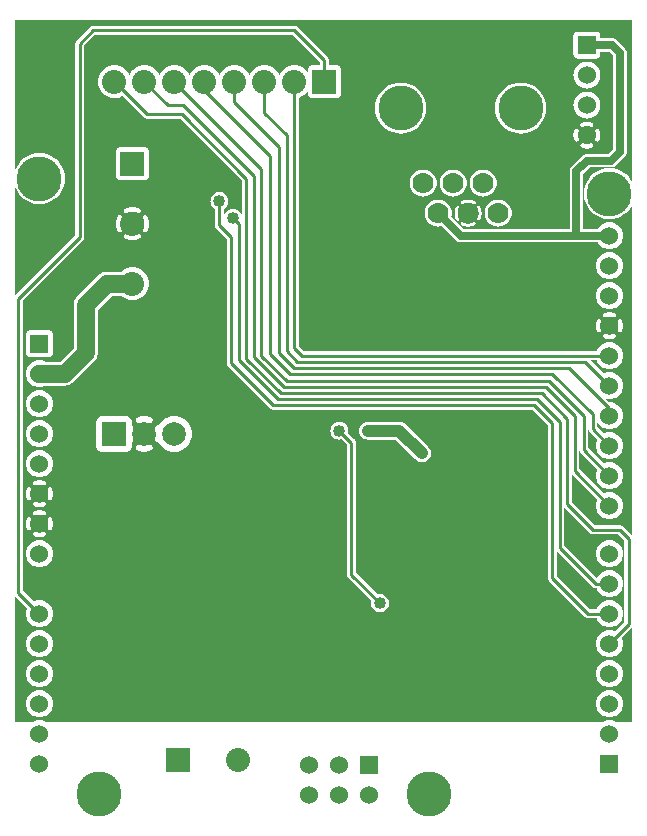
<source format=gbr>
G04 start of page 3 for group 1 idx 1 *
G04 Title: (unknown), solder *
G04 Creator: pcb 20140316 *
G04 CreationDate: Tue 01 Nov 2016 05:58:47 PM GMT UTC *
G04 For: ndholmes *
G04 Format: Gerber/RS-274X *
G04 PCB-Dimensions (mil): 2110.00 2710.00 *
G04 PCB-Coordinate-Origin: lower left *
%MOIN*%
%FSLAX25Y25*%
%LNBOTTOM*%
%ADD52C,0.1280*%
%ADD51C,0.0300*%
%ADD50C,0.0480*%
%ADD49C,0.0450*%
%ADD48C,0.1285*%
%ADD47C,0.0380*%
%ADD46C,0.0200*%
%ADD45C,0.0700*%
%ADD44C,0.0800*%
%ADD43C,0.0787*%
%ADD42C,0.1500*%
%ADD41C,0.0600*%
%ADD40C,0.0400*%
%ADD39C,0.0100*%
%ADD38C,0.0250*%
%ADD37C,0.0001*%
G54D37*G36*
X200493Y257750D02*X200568D01*
X201750Y256568D01*
Y252000D01*
X201750Y252000D01*
Y225432D01*
X200493Y224175D01*
Y257750D01*
G37*
G36*
X204113Y202796D02*X204371Y202903D01*
X205512Y203602D01*
X206529Y204471D01*
X207398Y205488D01*
X208000Y206471D01*
Y96621D01*
X205102Y99519D01*
X205064Y99564D01*
X204884Y99717D01*
X204683Y99841D01*
X204465Y99931D01*
X204235Y99986D01*
X204113Y99996D01*
Y103802D01*
X204152Y103847D01*
X204522Y104451D01*
X204793Y105105D01*
X204958Y105794D01*
X205000Y106500D01*
X204958Y107206D01*
X204793Y107895D01*
X204522Y108549D01*
X204152Y109153D01*
X204113Y109198D01*
Y113802D01*
X204152Y113847D01*
X204522Y114451D01*
X204793Y115105D01*
X204958Y115794D01*
X205000Y116500D01*
X204958Y117206D01*
X204793Y117895D01*
X204522Y118549D01*
X204152Y119153D01*
X204113Y119198D01*
Y123802D01*
X204152Y123847D01*
X204522Y124451D01*
X204793Y125105D01*
X204958Y125794D01*
X205000Y126500D01*
X204958Y127206D01*
X204793Y127895D01*
X204522Y128549D01*
X204152Y129153D01*
X204113Y129198D01*
Y133802D01*
X204152Y133847D01*
X204522Y134451D01*
X204793Y135105D01*
X204958Y135794D01*
X205000Y136500D01*
X204958Y137206D01*
X204793Y137895D01*
X204522Y138549D01*
X204152Y139153D01*
X204113Y139198D01*
Y143802D01*
X204152Y143847D01*
X204522Y144451D01*
X204793Y145105D01*
X204958Y145794D01*
X205000Y146500D01*
X204958Y147206D01*
X204793Y147895D01*
X204522Y148549D01*
X204152Y149153D01*
X204113Y149198D01*
Y153802D01*
X204152Y153847D01*
X204522Y154451D01*
X204793Y155105D01*
X204958Y155794D01*
X205000Y156500D01*
X204958Y157206D01*
X204793Y157895D01*
X204522Y158549D01*
X204152Y159153D01*
X204113Y159198D01*
Y164353D01*
X204156Y164360D01*
X204268Y164397D01*
X204373Y164452D01*
X204468Y164522D01*
X204551Y164606D01*
X204619Y164702D01*
X204670Y164808D01*
X204818Y165216D01*
X204922Y165637D01*
X204984Y166067D01*
X205005Y166500D01*
X204984Y166933D01*
X204922Y167363D01*
X204818Y167784D01*
X204675Y168194D01*
X204622Y168300D01*
X204553Y168396D01*
X204470Y168481D01*
X204375Y168551D01*
X204269Y168606D01*
X204157Y168643D01*
X204113Y168651D01*
Y173802D01*
X204152Y173847D01*
X204522Y174451D01*
X204793Y175105D01*
X204958Y175794D01*
X205000Y176500D01*
X204958Y177206D01*
X204793Y177895D01*
X204522Y178549D01*
X204152Y179153D01*
X204113Y179198D01*
Y183802D01*
X204152Y183847D01*
X204522Y184451D01*
X204793Y185105D01*
X204958Y185794D01*
X205000Y186500D01*
X204958Y187206D01*
X204793Y187895D01*
X204522Y188549D01*
X204152Y189153D01*
X204113Y189198D01*
Y193802D01*
X204152Y193847D01*
X204522Y194451D01*
X204793Y195105D01*
X204958Y195794D01*
X205000Y196500D01*
X204958Y197206D01*
X204793Y197895D01*
X204522Y198549D01*
X204152Y199153D01*
X204113Y199198D01*
Y202796D01*
G37*
G36*
Y189198D02*X203692Y189692D01*
X203153Y190152D01*
X202549Y190522D01*
X201895Y190793D01*
X201206Y190958D01*
X200500Y191014D01*
X200493Y191013D01*
Y191987D01*
X200500Y191986D01*
X201206Y192042D01*
X201895Y192207D01*
X202549Y192478D01*
X203153Y192848D01*
X203692Y193308D01*
X204113Y193802D01*
Y189198D01*
G37*
G36*
Y179198D02*X203692Y179692D01*
X203153Y180152D01*
X202549Y180522D01*
X201895Y180793D01*
X201206Y180958D01*
X200500Y181014D01*
X200493Y181013D01*
Y181987D01*
X200500Y181986D01*
X201206Y182042D01*
X201895Y182207D01*
X202549Y182478D01*
X203153Y182848D01*
X203692Y183308D01*
X204113Y183802D01*
Y179198D01*
G37*
G36*
Y159198D02*X203692Y159692D01*
X203153Y160152D01*
X202549Y160522D01*
X201895Y160793D01*
X201206Y160958D01*
X200500Y161014D01*
X200493Y161013D01*
Y161995D01*
X200500Y161995D01*
X200933Y162016D01*
X201363Y162078D01*
X201784Y162182D01*
X202194Y162325D01*
X202300Y162378D01*
X202396Y162447D01*
X202481Y162530D01*
X202551Y162625D01*
X202606Y162731D01*
X202643Y162843D01*
X202663Y162960D01*
X202664Y163079D01*
X202646Y163196D01*
X202610Y163309D01*
X202557Y163415D01*
X202488Y163512D01*
X202405Y163596D01*
X202309Y163667D01*
X202204Y163721D01*
X202092Y163759D01*
X201975Y163778D01*
X201856Y163779D01*
X201739Y163761D01*
X201626Y163723D01*
X201355Y163624D01*
X201075Y163556D01*
X200789Y163514D01*
X200500Y163500D01*
X200493Y163500D01*
Y169500D01*
X200500Y169500D01*
X200789Y169486D01*
X201075Y169444D01*
X201355Y169376D01*
X201628Y169280D01*
X201739Y169242D01*
X201856Y169225D01*
X201974Y169225D01*
X202091Y169245D01*
X202203Y169282D01*
X202307Y169336D01*
X202402Y169406D01*
X202485Y169491D01*
X202554Y169587D01*
X202607Y169692D01*
X202643Y169805D01*
X202660Y169921D01*
X202659Y170039D01*
X202640Y170156D01*
X202603Y170268D01*
X202548Y170373D01*
X202478Y170468D01*
X202394Y170551D01*
X202298Y170619D01*
X202192Y170670D01*
X201784Y170818D01*
X201363Y170922D01*
X200933Y170984D01*
X200500Y171005D01*
X200493Y171005D01*
Y171987D01*
X200500Y171986D01*
X201206Y172042D01*
X201895Y172207D01*
X202549Y172478D01*
X203153Y172848D01*
X203692Y173308D01*
X204113Y173802D01*
Y168651D01*
X204040Y168663D01*
X203921Y168664D01*
X203804Y168646D01*
X203691Y168610D01*
X203585Y168557D01*
X203488Y168488D01*
X203404Y168405D01*
X203333Y168309D01*
X203279Y168204D01*
X203241Y168092D01*
X203222Y167975D01*
X203221Y167856D01*
X203239Y167739D01*
X203277Y167626D01*
X203376Y167355D01*
X203444Y167075D01*
X203486Y166789D01*
X203500Y166500D01*
X203486Y166211D01*
X203444Y165925D01*
X203376Y165645D01*
X203280Y165372D01*
X203242Y165261D01*
X203225Y165144D01*
X203225Y165026D01*
X203245Y164909D01*
X203282Y164797D01*
X203336Y164693D01*
X203406Y164598D01*
X203491Y164515D01*
X203587Y164446D01*
X203692Y164393D01*
X203805Y164357D01*
X203921Y164340D01*
X204039Y164341D01*
X204113Y164353D01*
Y159198D01*
G37*
G36*
Y149198D02*X203692Y149692D01*
X203153Y150152D01*
X202549Y150522D01*
X201895Y150793D01*
X201206Y150958D01*
X200500Y151014D01*
X200493Y151013D01*
Y151987D01*
X200500Y151986D01*
X201206Y152042D01*
X201895Y152207D01*
X202549Y152478D01*
X203153Y152848D01*
X203692Y153308D01*
X204113Y153802D01*
Y149198D01*
G37*
G36*
Y139198D02*X203692Y139692D01*
X203153Y140152D01*
X202549Y140522D01*
X201895Y140793D01*
X201206Y140958D01*
X200617Y141005D01*
X200493Y141128D01*
Y141987D01*
X200500Y141986D01*
X201206Y142042D01*
X201895Y142207D01*
X202549Y142478D01*
X203153Y142848D01*
X203692Y143308D01*
X204113Y143802D01*
Y139198D01*
G37*
G36*
Y129198D02*X203692Y129692D01*
X203153Y130152D01*
X202549Y130522D01*
X201895Y130793D01*
X201206Y130958D01*
X200500Y131014D01*
X200493Y131013D01*
Y131987D01*
X200500Y131986D01*
X201206Y132042D01*
X201895Y132207D01*
X202549Y132478D01*
X203153Y132848D01*
X203692Y133308D01*
X204113Y133802D01*
Y129198D01*
G37*
G36*
Y119198D02*X203692Y119692D01*
X203153Y120152D01*
X202549Y120522D01*
X201895Y120793D01*
X201206Y120958D01*
X200500Y121014D01*
X200493Y121013D01*
Y121987D01*
X200500Y121986D01*
X201206Y122042D01*
X201895Y122207D01*
X202549Y122478D01*
X203153Y122848D01*
X203692Y123308D01*
X204113Y123802D01*
Y119198D01*
G37*
G36*
Y109198D02*X203692Y109692D01*
X203153Y110152D01*
X202549Y110522D01*
X201895Y110793D01*
X201206Y110958D01*
X200500Y111014D01*
X200493Y111013D01*
Y111987D01*
X200500Y111986D01*
X201206Y112042D01*
X201895Y112207D01*
X202549Y112478D01*
X203153Y112848D01*
X203692Y113308D01*
X204113Y113802D01*
Y109198D01*
G37*
G36*
Y99996D02*X204000Y100005D01*
X203941Y100000D01*
X200493D01*
Y101987D01*
X200500Y101986D01*
X201206Y102042D01*
X201895Y102207D01*
X202549Y102478D01*
X203153Y102848D01*
X203692Y103308D01*
X204113Y103802D01*
Y99996D01*
G37*
G36*
X200493Y201974D02*X200500Y201974D01*
X201834Y202079D01*
X203135Y202391D01*
X204113Y202796D01*
Y199198D01*
X203692Y199692D01*
X203153Y200152D01*
X202549Y200522D01*
X201895Y200793D01*
X201206Y200958D01*
X200500Y201014D01*
X200493Y201013D01*
Y201974D01*
G37*
G36*
Y268500D02*X208000D01*
Y214529D01*
X207398Y215512D01*
X206529Y216529D01*
X205512Y217398D01*
X204371Y218097D01*
X203135Y218609D01*
X201834Y218921D01*
X200500Y219026D01*
X200493Y219026D01*
Y219250D01*
X200912D01*
X201000Y219243D01*
X201353Y219271D01*
X201353Y219271D01*
X201697Y219354D01*
X202025Y219489D01*
X202327Y219674D01*
X202596Y219904D01*
X202653Y219971D01*
X205529Y222847D01*
X205596Y222904D01*
X205826Y223173D01*
X205826Y223173D01*
X206011Y223475D01*
X206146Y223803D01*
X206229Y224147D01*
X206257Y224500D01*
X206250Y224588D01*
Y252000D01*
X206250Y252000D01*
Y257412D01*
X206257Y257500D01*
X206229Y257853D01*
X206229Y257853D01*
X206146Y258197D01*
X206011Y258525D01*
X205826Y258827D01*
X205596Y259096D01*
X205529Y259153D01*
X203153Y261529D01*
X203096Y261596D01*
X202827Y261826D01*
X202827Y261826D01*
X202712Y261896D01*
X202525Y262011D01*
X202293Y262107D01*
X202197Y262146D01*
X201853Y262229D01*
X201500Y262257D01*
X201412Y262250D01*
X200493D01*
Y268500D01*
G37*
G36*
X196887Y183802D02*X197308Y183308D01*
X197847Y182848D01*
X198451Y182478D01*
X199105Y182207D01*
X199794Y182042D01*
X200493Y181987D01*
Y181013D01*
X199794Y180958D01*
X199105Y180793D01*
X198451Y180522D01*
X197847Y180152D01*
X197308Y179692D01*
X196887Y179198D01*
Y183802D01*
G37*
G36*
Y193802D02*X197308Y193308D01*
X197847Y192848D01*
X198451Y192478D01*
X199105Y192207D01*
X199794Y192042D01*
X200493Y191987D01*
Y191013D01*
X199794Y190958D01*
X199105Y190793D01*
X198451Y190522D01*
X197847Y190152D01*
X197308Y189692D01*
X196887Y189198D01*
Y193802D01*
G37*
G36*
X200493Y161013D02*X199794Y160958D01*
X199105Y160793D01*
X198451Y160522D01*
X197847Y160152D01*
X197308Y159692D01*
X196887Y159198D01*
Y164349D01*
X196960Y164337D01*
X197079Y164336D01*
X197196Y164354D01*
X197309Y164390D01*
X197415Y164443D01*
X197512Y164512D01*
X197596Y164595D01*
X197667Y164691D01*
X197721Y164796D01*
X197759Y164908D01*
X197778Y165025D01*
X197779Y165144D01*
X197761Y165261D01*
X197723Y165374D01*
X197624Y165645D01*
X197556Y165925D01*
X197514Y166211D01*
X197500Y166500D01*
X197514Y166789D01*
X197556Y167075D01*
X197624Y167355D01*
X197720Y167628D01*
X197758Y167739D01*
X197775Y167856D01*
X197775Y167974D01*
X197755Y168091D01*
X197718Y168203D01*
X197664Y168307D01*
X197594Y168402D01*
X197509Y168485D01*
X197413Y168554D01*
X197308Y168607D01*
X197195Y168643D01*
X197079Y168660D01*
X196961Y168659D01*
X196887Y168647D01*
Y173802D01*
X197308Y173308D01*
X197847Y172848D01*
X198451Y172478D01*
X199105Y172207D01*
X199794Y172042D01*
X200493Y171987D01*
Y171005D01*
X200067Y170984D01*
X199637Y170922D01*
X199216Y170818D01*
X198806Y170675D01*
X198700Y170622D01*
X198604Y170553D01*
X198519Y170470D01*
X198449Y170375D01*
X198394Y170269D01*
X198357Y170157D01*
X198337Y170040D01*
X198336Y169921D01*
X198354Y169804D01*
X198390Y169691D01*
X198443Y169585D01*
X198512Y169488D01*
X198595Y169404D01*
X198691Y169333D01*
X198796Y169279D01*
X198908Y169241D01*
X199025Y169222D01*
X199144Y169221D01*
X199261Y169239D01*
X199374Y169277D01*
X199645Y169376D01*
X199925Y169444D01*
X200211Y169486D01*
X200493Y169500D01*
Y163500D01*
X200211Y163514D01*
X199925Y163556D01*
X199645Y163624D01*
X199372Y163720D01*
X199261Y163758D01*
X199144Y163775D01*
X199026Y163775D01*
X198909Y163755D01*
X198797Y163718D01*
X198693Y163664D01*
X198598Y163594D01*
X198515Y163509D01*
X198446Y163413D01*
X198393Y163308D01*
X198357Y163195D01*
X198340Y163079D01*
X198341Y162961D01*
X198360Y162844D01*
X198397Y162732D01*
X198452Y162627D01*
X198522Y162532D01*
X198606Y162449D01*
X198702Y162381D01*
X198808Y162330D01*
X199216Y162182D01*
X199637Y162078D01*
X200067Y162016D01*
X200493Y161995D01*
Y161013D01*
G37*
G36*
X196887Y159198D02*X196848Y159153D01*
X196478Y158549D01*
X196251Y158000D01*
X172572D01*
Y194250D01*
X189412D01*
X189500Y194243D01*
X189588Y194250D01*
X196601D01*
X196848Y193847D01*
X196887Y193802D01*
Y189198D01*
X196848Y189153D01*
X196478Y188549D01*
X196207Y187895D01*
X196042Y187206D01*
X195986Y186500D01*
X196042Y185794D01*
X196207Y185105D01*
X196478Y184451D01*
X196848Y183847D01*
X196887Y183802D01*
Y179198D01*
X196848Y179153D01*
X196478Y178549D01*
X196207Y177895D01*
X196042Y177206D01*
X195986Y176500D01*
X196042Y175794D01*
X196207Y175105D01*
X196478Y174451D01*
X196848Y173847D01*
X196887Y173802D01*
Y168647D01*
X196844Y168640D01*
X196732Y168603D01*
X196627Y168548D01*
X196532Y168478D01*
X196449Y168394D01*
X196381Y168298D01*
X196330Y168192D01*
X196182Y167784D01*
X196078Y167363D01*
X196016Y166933D01*
X195995Y166500D01*
X196016Y166067D01*
X196078Y165637D01*
X196182Y165216D01*
X196325Y164806D01*
X196378Y164700D01*
X196447Y164604D01*
X196530Y164519D01*
X196625Y164449D01*
X196731Y164394D01*
X196843Y164357D01*
X196887Y164349D01*
Y159198D01*
G37*
G36*
X200493Y151013D02*X199794Y150958D01*
X199105Y150793D01*
X198556Y150565D01*
X194121Y155000D01*
X196251D01*
X196478Y154451D01*
X196848Y153847D01*
X197308Y153308D01*
X197847Y152848D01*
X198451Y152478D01*
X199105Y152207D01*
X199794Y152042D01*
X200493Y151987D01*
Y151013D01*
G37*
G36*
Y141128D02*X199512Y142109D01*
X199794Y142042D01*
X200493Y141987D01*
Y141128D01*
G37*
G36*
Y131013D02*X199794Y130958D01*
X199105Y130793D01*
X198556Y130565D01*
X196500Y132621D01*
Y134415D01*
X196848Y133847D01*
X197308Y133308D01*
X197847Y132848D01*
X198451Y132478D01*
X199105Y132207D01*
X199794Y132042D01*
X200493Y131987D01*
Y131013D01*
G37*
G36*
Y121013D02*X199794Y120958D01*
X199105Y120793D01*
X198556Y120565D01*
X193500Y125621D01*
Y131941D01*
X193514Y131765D01*
X193569Y131535D01*
X193659Y131317D01*
X193783Y131116D01*
X193936Y130936D01*
X193981Y130898D01*
X196435Y128444D01*
X196207Y127895D01*
X196042Y127206D01*
X195986Y126500D01*
X196042Y125794D01*
X196207Y125105D01*
X196478Y124451D01*
X196848Y123847D01*
X197308Y123308D01*
X197847Y122848D01*
X198451Y122478D01*
X199105Y122207D01*
X199794Y122042D01*
X200493Y121987D01*
Y121013D01*
G37*
G36*
Y111013D02*X199794Y110958D01*
X199105Y110793D01*
X198556Y110565D01*
X190500Y118621D01*
Y124941D01*
X190514Y124765D01*
X190569Y124535D01*
X190659Y124317D01*
X190783Y124116D01*
X190936Y123936D01*
X190981Y123898D01*
X196435Y118444D01*
X196207Y117895D01*
X196042Y117206D01*
X195986Y116500D01*
X196042Y115794D01*
X196207Y115105D01*
X196478Y114451D01*
X196848Y113847D01*
X197308Y113308D01*
X197847Y112848D01*
X198451Y112478D01*
X199105Y112207D01*
X199794Y112042D01*
X200493Y111987D01*
Y111013D01*
G37*
G36*
Y100000D02*X195621D01*
X188000Y107621D01*
Y116879D01*
X196435Y108444D01*
X196207Y107895D01*
X196042Y107206D01*
X195986Y106500D01*
X196042Y105794D01*
X196207Y105105D01*
X196478Y104451D01*
X196848Y103847D01*
X197308Y103308D01*
X197847Y102848D01*
X198451Y102478D01*
X199105Y102207D01*
X199794Y102042D01*
X200493Y101987D01*
Y100000D01*
G37*
G36*
Y219026D02*X199166Y218921D01*
X197865Y218609D01*
X196629Y218097D01*
X195488Y217398D01*
X194471Y216529D01*
X193602Y215512D01*
X192903Y214371D01*
X192391Y213135D01*
X192079Y211834D01*
X191974Y210500D01*
X192079Y209166D01*
X192391Y207865D01*
X192903Y206629D01*
X193602Y205488D01*
X194471Y204471D01*
X195488Y203602D01*
X196629Y202903D01*
X197865Y202391D01*
X199166Y202079D01*
X200493Y201974D01*
Y201013D01*
X199794Y200958D01*
X199105Y200793D01*
X198451Y200522D01*
X197847Y200152D01*
X197308Y199692D01*
X196848Y199153D01*
X196601Y198750D01*
X191750D01*
Y217068D01*
X193932Y219250D01*
X200493D01*
Y219026D01*
G37*
G36*
X196613Y255630D02*X196683Y255659D01*
X196884Y255783D01*
X197064Y255936D01*
X197217Y256116D01*
X197341Y256317D01*
X197431Y256535D01*
X197486Y256765D01*
X197500Y257000D01*
X197498Y257750D01*
X200493D01*
Y224175D01*
X200068Y223750D01*
X196613D01*
Y227853D01*
X196656Y227860D01*
X196768Y227897D01*
X196873Y227952D01*
X196968Y228022D01*
X197051Y228106D01*
X197119Y228202D01*
X197170Y228308D01*
X197318Y228716D01*
X197422Y229137D01*
X197484Y229567D01*
X197505Y230000D01*
X197484Y230433D01*
X197422Y230863D01*
X197318Y231284D01*
X197175Y231694D01*
X197122Y231800D01*
X197053Y231896D01*
X196970Y231981D01*
X196875Y232051D01*
X196769Y232106D01*
X196657Y232143D01*
X196613Y232151D01*
Y237302D01*
X196652Y237347D01*
X197022Y237951D01*
X197293Y238605D01*
X197458Y239294D01*
X197500Y240000D01*
X197458Y240706D01*
X197293Y241395D01*
X197022Y242049D01*
X196652Y242653D01*
X196613Y242698D01*
Y247302D01*
X196652Y247347D01*
X197022Y247951D01*
X197293Y248605D01*
X197458Y249294D01*
X197500Y250000D01*
X197458Y250706D01*
X197293Y251395D01*
X197022Y252049D01*
X196652Y252653D01*
X196613Y252698D01*
Y255630D01*
G37*
G36*
Y242698D02*X196192Y243192D01*
X195653Y243652D01*
X195049Y244022D01*
X194395Y244293D01*
X193706Y244458D01*
X193000Y244514D01*
X192993Y244513D01*
Y245487D01*
X193000Y245486D01*
X193706Y245542D01*
X194395Y245707D01*
X195049Y245978D01*
X195653Y246348D01*
X196192Y246808D01*
X196613Y247302D01*
Y242698D01*
G37*
G36*
Y223750D02*X193088D01*
X193000Y223757D01*
X192993Y223756D01*
Y225495D01*
X193000Y225495D01*
X193433Y225516D01*
X193863Y225578D01*
X194284Y225682D01*
X194694Y225825D01*
X194800Y225878D01*
X194896Y225947D01*
X194981Y226030D01*
X195051Y226125D01*
X195106Y226231D01*
X195143Y226343D01*
X195163Y226460D01*
X195164Y226579D01*
X195146Y226696D01*
X195110Y226809D01*
X195057Y226915D01*
X194988Y227012D01*
X194905Y227096D01*
X194809Y227167D01*
X194704Y227221D01*
X194592Y227259D01*
X194475Y227278D01*
X194356Y227279D01*
X194239Y227261D01*
X194126Y227223D01*
X193855Y227124D01*
X193575Y227056D01*
X193289Y227014D01*
X193000Y227000D01*
X192993Y227000D01*
Y233000D01*
X193000Y233000D01*
X193289Y232986D01*
X193575Y232944D01*
X193855Y232876D01*
X194128Y232780D01*
X194239Y232742D01*
X194356Y232725D01*
X194474Y232725D01*
X194591Y232745D01*
X194703Y232782D01*
X194807Y232836D01*
X194902Y232906D01*
X194985Y232991D01*
X195054Y233087D01*
X195107Y233192D01*
X195143Y233305D01*
X195160Y233421D01*
X195159Y233539D01*
X195140Y233656D01*
X195103Y233768D01*
X195048Y233873D01*
X194978Y233968D01*
X194894Y234051D01*
X194798Y234119D01*
X194692Y234170D01*
X194284Y234318D01*
X193863Y234422D01*
X193433Y234484D01*
X193000Y234505D01*
X192993Y234505D01*
Y235487D01*
X193000Y235486D01*
X193706Y235542D01*
X194395Y235707D01*
X195049Y235978D01*
X195653Y236348D01*
X196192Y236808D01*
X196613Y237302D01*
Y232151D01*
X196540Y232163D01*
X196421Y232164D01*
X196304Y232146D01*
X196191Y232110D01*
X196085Y232057D01*
X195988Y231988D01*
X195904Y231905D01*
X195833Y231809D01*
X195779Y231704D01*
X195741Y231592D01*
X195722Y231475D01*
X195721Y231356D01*
X195739Y231239D01*
X195777Y231126D01*
X195876Y230855D01*
X195944Y230575D01*
X195986Y230289D01*
X196000Y230000D01*
X195986Y229711D01*
X195944Y229425D01*
X195876Y229145D01*
X195780Y228872D01*
X195742Y228761D01*
X195725Y228644D01*
X195725Y228526D01*
X195745Y228409D01*
X195782Y228297D01*
X195836Y228193D01*
X195906Y228098D01*
X195991Y228015D01*
X196087Y227946D01*
X196192Y227893D01*
X196305Y227857D01*
X196421Y227840D01*
X196539Y227841D01*
X196613Y227853D01*
Y223750D01*
G37*
G36*
X192993Y255507D02*X196235Y255514D01*
X196465Y255569D01*
X196613Y255630D01*
Y252698D01*
X196192Y253192D01*
X195653Y253652D01*
X195049Y254022D01*
X194395Y254293D01*
X193706Y254458D01*
X193000Y254514D01*
X192993Y254513D01*
Y255507D01*
G37*
G36*
Y268500D02*X200493D01*
Y262250D01*
X197488D01*
X197486Y263235D01*
X197431Y263465D01*
X197341Y263683D01*
X197217Y263884D01*
X197064Y264064D01*
X196884Y264217D01*
X196683Y264341D01*
X196465Y264431D01*
X196235Y264486D01*
X196000Y264500D01*
X192993Y264493D01*
Y268500D01*
G37*
G36*
X189387Y237302D02*X189808Y236808D01*
X190347Y236348D01*
X190951Y235978D01*
X191605Y235707D01*
X192294Y235542D01*
X192993Y235487D01*
Y234505D01*
X192567Y234484D01*
X192137Y234422D01*
X191716Y234318D01*
X191306Y234175D01*
X191200Y234122D01*
X191104Y234053D01*
X191019Y233970D01*
X190949Y233875D01*
X190894Y233769D01*
X190857Y233657D01*
X190837Y233540D01*
X190836Y233421D01*
X190854Y233304D01*
X190890Y233191D01*
X190943Y233085D01*
X191012Y232988D01*
X191095Y232904D01*
X191191Y232833D01*
X191296Y232779D01*
X191408Y232741D01*
X191525Y232722D01*
X191644Y232721D01*
X191761Y232739D01*
X191874Y232777D01*
X192145Y232876D01*
X192425Y232944D01*
X192711Y232986D01*
X192993Y233000D01*
Y227000D01*
X192711Y227014D01*
X192425Y227056D01*
X192145Y227124D01*
X191872Y227220D01*
X191761Y227258D01*
X191644Y227275D01*
X191526Y227275D01*
X191409Y227255D01*
X191297Y227218D01*
X191193Y227164D01*
X191098Y227094D01*
X191015Y227009D01*
X190946Y226913D01*
X190893Y226808D01*
X190857Y226695D01*
X190840Y226579D01*
X190841Y226461D01*
X190860Y226344D01*
X190897Y226232D01*
X190952Y226127D01*
X191022Y226032D01*
X191106Y225949D01*
X191202Y225881D01*
X191308Y225830D01*
X191716Y225682D01*
X192137Y225578D01*
X192567Y225516D01*
X192993Y225495D01*
Y223756D01*
X192647Y223729D01*
X192303Y223646D01*
X191975Y223511D01*
X191673Y223326D01*
X191673Y223326D01*
X191404Y223096D01*
X191347Y223029D01*
X189387Y221069D01*
Y227849D01*
X189460Y227837D01*
X189579Y227836D01*
X189696Y227854D01*
X189809Y227890D01*
X189915Y227943D01*
X190012Y228012D01*
X190096Y228095D01*
X190167Y228191D01*
X190221Y228296D01*
X190259Y228408D01*
X190278Y228525D01*
X190279Y228644D01*
X190261Y228761D01*
X190223Y228874D01*
X190124Y229145D01*
X190056Y229425D01*
X190014Y229711D01*
X190000Y230000D01*
X190014Y230289D01*
X190056Y230575D01*
X190124Y230855D01*
X190220Y231128D01*
X190258Y231239D01*
X190275Y231356D01*
X190275Y231474D01*
X190255Y231591D01*
X190218Y231703D01*
X190164Y231807D01*
X190094Y231902D01*
X190009Y231985D01*
X189913Y232054D01*
X189808Y232107D01*
X189695Y232143D01*
X189579Y232160D01*
X189461Y232159D01*
X189387Y232147D01*
Y237302D01*
G37*
G36*
Y247302D02*X189808Y246808D01*
X190347Y246348D01*
X190951Y245978D01*
X191605Y245707D01*
X192294Y245542D01*
X192993Y245487D01*
Y244513D01*
X192294Y244458D01*
X191605Y244293D01*
X190951Y244022D01*
X190347Y243652D01*
X189808Y243192D01*
X189387Y242698D01*
Y247302D01*
G37*
G36*
Y255630D02*X189535Y255569D01*
X189765Y255514D01*
X190000Y255500D01*
X192993Y255507D01*
Y254513D01*
X192294Y254458D01*
X191605Y254293D01*
X190951Y254022D01*
X190347Y253652D01*
X189808Y253192D01*
X189387Y252698D01*
Y255630D01*
G37*
G36*
Y268500D02*X192993D01*
Y264493D01*
X189765Y264486D01*
X189535Y264431D01*
X189387Y264370D01*
Y268500D01*
G37*
G36*
X172572D02*X189387D01*
Y264370D01*
X189317Y264341D01*
X189116Y264217D01*
X188936Y264064D01*
X188783Y263884D01*
X188659Y263683D01*
X188569Y263465D01*
X188514Y263235D01*
X188500Y263000D01*
X188514Y256765D01*
X188569Y256535D01*
X188659Y256317D01*
X188783Y256116D01*
X188936Y255936D01*
X189116Y255783D01*
X189317Y255659D01*
X189387Y255630D01*
Y252698D01*
X189348Y252653D01*
X188978Y252049D01*
X188707Y251395D01*
X188542Y250706D01*
X188486Y250000D01*
X188542Y249294D01*
X188707Y248605D01*
X188978Y247951D01*
X189348Y247347D01*
X189387Y247302D01*
Y242698D01*
X189348Y242653D01*
X188978Y242049D01*
X188707Y241395D01*
X188542Y240706D01*
X188486Y240000D01*
X188542Y239294D01*
X188707Y238605D01*
X188978Y237951D01*
X189348Y237347D01*
X189387Y237302D01*
Y232147D01*
X189344Y232140D01*
X189232Y232103D01*
X189127Y232048D01*
X189032Y231978D01*
X188949Y231894D01*
X188881Y231798D01*
X188830Y231692D01*
X188682Y231284D01*
X188578Y230863D01*
X188516Y230433D01*
X188495Y230000D01*
X188516Y229567D01*
X188578Y229137D01*
X188682Y228716D01*
X188825Y228306D01*
X188878Y228200D01*
X188947Y228104D01*
X189030Y228019D01*
X189125Y227949D01*
X189231Y227894D01*
X189343Y227857D01*
X189387Y227849D01*
Y221069D01*
X187971Y219653D01*
X187904Y219596D01*
X187674Y219327D01*
X187489Y219025D01*
X187354Y218697D01*
X187271Y218353D01*
X187271Y218353D01*
X187243Y218000D01*
X187250Y217912D01*
Y198750D01*
X172572D01*
Y230660D01*
X173535Y230891D01*
X174771Y231403D01*
X175912Y232102D01*
X176929Y232971D01*
X177798Y233988D01*
X178497Y235129D01*
X179009Y236365D01*
X179321Y237666D01*
X179400Y239000D01*
X179321Y240334D01*
X179009Y241635D01*
X178497Y242871D01*
X177798Y244012D01*
X176929Y245029D01*
X175912Y245898D01*
X174771Y246597D01*
X173535Y247109D01*
X172572Y247340D01*
Y268500D01*
G37*
G36*
X163393Y194250D02*X172572D01*
Y158000D01*
X163393D01*
Y194250D01*
G37*
G36*
Y234982D02*X164002Y233988D01*
X164871Y232971D01*
X165888Y232102D01*
X167029Y231403D01*
X168265Y230891D01*
X169566Y230579D01*
X170900Y230474D01*
X172234Y230579D01*
X172572Y230660D01*
Y198750D01*
X163393D01*
Y199487D01*
X163400Y199486D01*
X164106Y199542D01*
X164795Y199707D01*
X165449Y199978D01*
X166053Y200348D01*
X166592Y200808D01*
X167052Y201347D01*
X167422Y201951D01*
X167693Y202605D01*
X167858Y203294D01*
X167900Y204000D01*
X167858Y204706D01*
X167693Y205395D01*
X167422Y206049D01*
X167052Y206653D01*
X166592Y207192D01*
X166053Y207652D01*
X165449Y208022D01*
X164795Y208293D01*
X164106Y208458D01*
X163400Y208514D01*
X163393Y208513D01*
Y234982D01*
G37*
G36*
Y268500D02*X172572D01*
Y247340D01*
X172234Y247421D01*
X170900Y247526D01*
X169566Y247421D01*
X168265Y247109D01*
X167029Y246597D01*
X165888Y245898D01*
X164871Y245029D01*
X164002Y244012D01*
X163393Y243018D01*
Y268500D01*
G37*
G36*
X158393Y194250D02*X163393D01*
Y158000D01*
X158393D01*
Y194250D01*
G37*
G36*
Y268500D02*X163393D01*
Y243018D01*
X163303Y242871D01*
X162791Y241635D01*
X162479Y240334D01*
X162374Y239000D01*
X162479Y237666D01*
X162791Y236365D01*
X163303Y235129D01*
X163393Y234982D01*
Y208513D01*
X162694Y208458D01*
X162005Y208293D01*
X161351Y208022D01*
X160747Y207652D01*
X160208Y207192D01*
X159748Y206653D01*
X159378Y206049D01*
X159107Y205395D01*
X158942Y204706D01*
X158886Y204000D01*
X158942Y203294D01*
X159107Y202605D01*
X159378Y201951D01*
X159748Y201347D01*
X160208Y200808D01*
X160747Y200348D01*
X161351Y199978D01*
X162005Y199707D01*
X162694Y199542D01*
X163393Y199487D01*
Y198750D01*
X158393D01*
Y209487D01*
X158400Y209486D01*
X159106Y209542D01*
X159795Y209707D01*
X160449Y209978D01*
X161053Y210348D01*
X161592Y210808D01*
X162052Y211347D01*
X162422Y211951D01*
X162693Y212605D01*
X162858Y213294D01*
X162900Y214000D01*
X162858Y214706D01*
X162693Y215395D01*
X162422Y216049D01*
X162052Y216653D01*
X161592Y217192D01*
X161053Y217652D01*
X160449Y218022D01*
X159795Y218293D01*
X159106Y218458D01*
X158400Y218514D01*
X158393Y218513D01*
Y268500D01*
G37*
G36*
X153402Y194250D02*X158393D01*
Y158000D01*
X153402D01*
Y194250D01*
G37*
G36*
X157120Y209679D02*X157694Y209542D01*
X158393Y209487D01*
Y198750D01*
X157120D01*
Y201544D01*
X157171Y201583D01*
X157226Y201639D01*
X157270Y201704D01*
X157464Y202056D01*
X157621Y202426D01*
X157744Y202809D01*
X157833Y203200D01*
X157887Y203599D01*
X157904Y204000D01*
X157887Y204401D01*
X157833Y204800D01*
X157744Y205191D01*
X157621Y205574D01*
X157464Y205944D01*
X157274Y206298D01*
X157229Y206363D01*
X157174Y206420D01*
X157120Y206460D01*
Y209679D01*
G37*
G36*
Y268500D02*X158393D01*
Y218513D01*
X157694Y218458D01*
X157120Y218321D01*
Y268500D01*
G37*
G36*
X153402D02*X157120D01*
Y218321D01*
X157005Y218293D01*
X156351Y218022D01*
X155747Y217652D01*
X155208Y217192D01*
X154748Y216653D01*
X154378Y216049D01*
X154107Y215395D01*
X153942Y214706D01*
X153886Y214000D01*
X153942Y213294D01*
X154107Y212605D01*
X154378Y211951D01*
X154748Y211347D01*
X155208Y210808D01*
X155747Y210348D01*
X156351Y209978D01*
X157005Y209707D01*
X157120Y209679D01*
Y206460D01*
X157110Y206468D01*
X157040Y206504D01*
X156965Y206530D01*
X156887Y206544D01*
X156808Y206545D01*
X156729Y206533D01*
X156654Y206510D01*
X156583Y206475D01*
X156518Y206429D01*
X156461Y206374D01*
X156413Y206311D01*
X156376Y206241D01*
X156351Y206166D01*
X156337Y206088D01*
X156336Y206008D01*
X156348Y205930D01*
X156371Y205854D01*
X156407Y205784D01*
X156557Y205510D01*
X156679Y205223D01*
X156775Y204926D01*
X156844Y204621D01*
X156886Y204312D01*
X156900Y204000D01*
X156886Y203688D01*
X156844Y203379D01*
X156775Y203074D01*
X156679Y202777D01*
X156557Y202490D01*
X156410Y202214D01*
X156374Y202145D01*
X156351Y202069D01*
X156340Y201991D01*
X156341Y201913D01*
X156354Y201835D01*
X156380Y201761D01*
X156416Y201691D01*
X156464Y201628D01*
X156520Y201573D01*
X156584Y201528D01*
X156655Y201493D01*
X156730Y201470D01*
X156808Y201459D01*
X156887Y201460D01*
X156964Y201473D01*
X157039Y201499D01*
X157108Y201535D01*
X157120Y201544D01*
Y198750D01*
X153402D01*
Y199496D01*
X153801Y199513D01*
X154200Y199567D01*
X154591Y199656D01*
X154974Y199779D01*
X155344Y199936D01*
X155698Y200126D01*
X155763Y200171D01*
X155820Y200226D01*
X155868Y200290D01*
X155904Y200360D01*
X155930Y200435D01*
X155944Y200513D01*
X155945Y200592D01*
X155933Y200671D01*
X155910Y200746D01*
X155875Y200817D01*
X155829Y200882D01*
X155774Y200939D01*
X155711Y200987D01*
X155641Y201024D01*
X155566Y201049D01*
X155488Y201063D01*
X155408Y201064D01*
X155330Y201052D01*
X155254Y201029D01*
X155184Y200993D01*
X154910Y200843D01*
X154623Y200721D01*
X154326Y200625D01*
X154021Y200556D01*
X153712Y200514D01*
X153402Y200500D01*
Y207500D01*
X153712Y207486D01*
X154021Y207444D01*
X154326Y207375D01*
X154623Y207279D01*
X154910Y207157D01*
X155186Y207010D01*
X155255Y206974D01*
X155331Y206951D01*
X155409Y206940D01*
X155487Y206941D01*
X155565Y206954D01*
X155639Y206980D01*
X155709Y207016D01*
X155772Y207064D01*
X155827Y207120D01*
X155872Y207184D01*
X155907Y207255D01*
X155930Y207330D01*
X155941Y207408D01*
X155940Y207487D01*
X155927Y207564D01*
X155901Y207639D01*
X155865Y207708D01*
X155817Y207771D01*
X155761Y207826D01*
X155696Y207870D01*
X155344Y208064D01*
X154974Y208221D01*
X154591Y208344D01*
X154200Y208433D01*
X153801Y208487D01*
X153402Y208504D01*
Y268500D01*
G37*
G36*
X149680Y194609D02*X149761Y194559D01*
X149875Y194489D01*
X150203Y194354D01*
X150547Y194271D01*
X150547D01*
X150900Y194243D01*
X150988Y194250D01*
X153402D01*
Y158000D01*
X149680D01*
Y194609D01*
G37*
G36*
Y268500D02*X153402D01*
Y208504D01*
X153400Y208504D01*
X152999Y208487D01*
X152600Y208433D01*
X152209Y208344D01*
X151826Y208221D01*
X151456Y208064D01*
X151102Y207874D01*
X151037Y207829D01*
X150980Y207774D01*
X150932Y207710D01*
X150896Y207640D01*
X150870Y207565D01*
X150856Y207487D01*
X150855Y207408D01*
X150867Y207329D01*
X150890Y207254D01*
X150925Y207183D01*
X150971Y207118D01*
X151026Y207061D01*
X151089Y207013D01*
X151159Y206976D01*
X151234Y206951D01*
X151312Y206937D01*
X151392Y206936D01*
X151470Y206948D01*
X151546Y206971D01*
X151616Y207007D01*
X151890Y207157D01*
X152177Y207279D01*
X152474Y207375D01*
X152779Y207444D01*
X153088Y207486D01*
X153400Y207500D01*
X153402Y207500D01*
Y200500D01*
X153400Y200500D01*
X153088Y200514D01*
X152779Y200556D01*
X152474Y200625D01*
X152177Y200721D01*
X151890Y200843D01*
X151614Y200990D01*
X151545Y201026D01*
X151469Y201049D01*
X151391Y201060D01*
X151313Y201059D01*
X151235Y201046D01*
X151161Y201020D01*
X151091Y200984D01*
X151028Y200936D01*
X150973Y200880D01*
X150928Y200816D01*
X150893Y200745D01*
X150870Y200670D01*
X150859Y200592D01*
X150860Y200513D01*
X150873Y200436D01*
X150899Y200361D01*
X150935Y200292D01*
X150983Y200229D01*
X151039Y200174D01*
X151104Y200130D01*
X151456Y199936D01*
X151826Y199779D01*
X152209Y199656D01*
X152600Y199567D01*
X152999Y199513D01*
X153400Y199496D01*
X153402Y199496D01*
Y198750D01*
X151832D01*
X149680Y200902D01*
Y201540D01*
X149690Y201532D01*
X149760Y201496D01*
X149835Y201470D01*
X149913Y201456D01*
X149992Y201455D01*
X150071Y201467D01*
X150146Y201490D01*
X150217Y201525D01*
X150282Y201571D01*
X150339Y201626D01*
X150387Y201689D01*
X150424Y201759D01*
X150449Y201834D01*
X150463Y201912D01*
X150464Y201992D01*
X150452Y202070D01*
X150429Y202146D01*
X150393Y202216D01*
X150243Y202490D01*
X150121Y202777D01*
X150025Y203074D01*
X149956Y203379D01*
X149914Y203688D01*
X149900Y204000D01*
X149914Y204312D01*
X149956Y204621D01*
X150025Y204926D01*
X150121Y205223D01*
X150243Y205510D01*
X150390Y205786D01*
X150426Y205855D01*
X150449Y205931D01*
X150460Y206009D01*
X150459Y206087D01*
X150446Y206165D01*
X150420Y206239D01*
X150384Y206309D01*
X150336Y206372D01*
X150280Y206427D01*
X150216Y206472D01*
X150145Y206507D01*
X150070Y206530D01*
X149992Y206541D01*
X149913Y206540D01*
X149836Y206527D01*
X149761Y206501D01*
X149692Y206465D01*
X149680Y206456D01*
Y209679D01*
X149795Y209707D01*
X150449Y209978D01*
X151053Y210348D01*
X151592Y210808D01*
X152052Y211347D01*
X152422Y211951D01*
X152693Y212605D01*
X152858Y213294D01*
X152900Y214000D01*
X152858Y214706D01*
X152693Y215395D01*
X152422Y216049D01*
X152052Y216653D01*
X151592Y217192D01*
X151053Y217652D01*
X150449Y218022D01*
X149795Y218293D01*
X149680Y218321D01*
Y268500D01*
G37*
G36*
X138393D02*X149680D01*
Y218321D01*
X149106Y218458D01*
X148400Y218514D01*
X147694Y218458D01*
X147005Y218293D01*
X146351Y218022D01*
X145747Y217652D01*
X145208Y217192D01*
X144748Y216653D01*
X144378Y216049D01*
X144107Y215395D01*
X143942Y214706D01*
X143886Y214000D01*
X143942Y213294D01*
X144107Y212605D01*
X144378Y211951D01*
X144748Y211347D01*
X145208Y210808D01*
X145747Y210348D01*
X146351Y209978D01*
X147005Y209707D01*
X147694Y209542D01*
X148400Y209486D01*
X149106Y209542D01*
X149680Y209679D01*
Y206456D01*
X149629Y206417D01*
X149574Y206361D01*
X149530Y206296D01*
X149336Y205944D01*
X149179Y205574D01*
X149056Y205191D01*
X148967Y204800D01*
X148913Y204401D01*
X148896Y204000D01*
X148913Y203599D01*
X148967Y203200D01*
X149056Y202809D01*
X149179Y202426D01*
X149336Y202056D01*
X149526Y201702D01*
X149571Y201637D01*
X149626Y201580D01*
X149680Y201540D01*
Y200902D01*
X147748Y202834D01*
X147858Y203294D01*
X147900Y204000D01*
X147858Y204706D01*
X147693Y205395D01*
X147422Y206049D01*
X147052Y206653D01*
X146592Y207192D01*
X146053Y207652D01*
X145449Y208022D01*
X144795Y208293D01*
X144106Y208458D01*
X143400Y208514D01*
X142694Y208458D01*
X142005Y208293D01*
X141351Y208022D01*
X140747Y207652D01*
X140208Y207192D01*
X139748Y206653D01*
X139378Y206049D01*
X139107Y205395D01*
X138942Y204706D01*
X138886Y204000D01*
X138942Y203294D01*
X139107Y202605D01*
X139378Y201951D01*
X139748Y201347D01*
X140208Y200808D01*
X140747Y200348D01*
X141351Y199978D01*
X142005Y199707D01*
X142694Y199542D01*
X143400Y199486D01*
X144106Y199542D01*
X144566Y199652D01*
X149247Y194971D01*
X149304Y194904D01*
X149573Y194674D01*
X149573Y194674D01*
X149680Y194609D01*
Y158000D01*
X138393D01*
Y209487D01*
X138400Y209486D01*
X139106Y209542D01*
X139795Y209707D01*
X140449Y209978D01*
X141053Y210348D01*
X141592Y210808D01*
X142052Y211347D01*
X142422Y211951D01*
X142693Y212605D01*
X142858Y213294D01*
X142900Y214000D01*
X142858Y214706D01*
X142693Y215395D01*
X142422Y216049D01*
X142052Y216653D01*
X141592Y217192D01*
X141053Y217652D01*
X140449Y218022D01*
X139795Y218293D01*
X139106Y218458D01*
X138400Y218514D01*
X138393Y218513D01*
Y234960D01*
X138497Y235129D01*
X139009Y236365D01*
X139321Y237666D01*
X139400Y239000D01*
X139321Y240334D01*
X139009Y241635D01*
X138497Y242871D01*
X138393Y243040D01*
Y268500D01*
G37*
G36*
X117000D02*X138393D01*
Y243040D01*
X137798Y244012D01*
X136929Y245029D01*
X135912Y245898D01*
X134771Y246597D01*
X133535Y247109D01*
X132234Y247421D01*
X130900Y247526D01*
X129566Y247421D01*
X128265Y247109D01*
X127029Y246597D01*
X125888Y245898D01*
X124871Y245029D01*
X124002Y244012D01*
X123303Y242871D01*
X122791Y241635D01*
X122479Y240334D01*
X122374Y239000D01*
X122479Y237666D01*
X122791Y236365D01*
X123303Y235129D01*
X124002Y233988D01*
X124871Y232971D01*
X125888Y232102D01*
X127029Y231403D01*
X128265Y230891D01*
X129566Y230579D01*
X130900Y230474D01*
X132234Y230579D01*
X133535Y230891D01*
X134771Y231403D01*
X135912Y232102D01*
X136929Y232971D01*
X137798Y233988D01*
X138393Y234960D01*
Y218513D01*
X137694Y218458D01*
X137005Y218293D01*
X136351Y218022D01*
X135747Y217652D01*
X135208Y217192D01*
X134748Y216653D01*
X134378Y216049D01*
X134107Y215395D01*
X133942Y214706D01*
X133886Y214000D01*
X133942Y213294D01*
X134107Y212605D01*
X134378Y211951D01*
X134748Y211347D01*
X135208Y210808D01*
X135747Y210348D01*
X136351Y209978D01*
X137005Y209707D01*
X137694Y209542D01*
X138393Y209487D01*
Y158000D01*
X117000D01*
Y268500D01*
G37*
G36*
X97000Y185000D02*X125000D01*
Y158000D01*
X98621D01*
X97000Y159621D01*
Y185000D01*
G37*
G36*
X107000Y253296D02*Y254941D01*
X107005Y255000D01*
X106986Y255235D01*
X106986Y255235D01*
X106931Y255465D01*
X106841Y255683D01*
X106717Y255884D01*
X106564Y256064D01*
X106519Y256102D01*
X96602Y266019D01*
X96564Y266064D01*
X96384Y266217D01*
X96183Y266341D01*
X95965Y266431D01*
X95735Y266486D01*
X95500Y266505D01*
X95441Y266500D01*
X28559D01*
X28500Y266505D01*
X28265Y266486D01*
X28035Y266431D01*
X27817Y266341D01*
X27616Y266217D01*
X27615Y266217D01*
X27436Y266064D01*
X27398Y266019D01*
X22981Y261602D01*
X22936Y261564D01*
X22783Y261384D01*
X22659Y261183D01*
X22569Y260965D01*
X22514Y260735D01*
X22514Y260735D01*
X22495Y260500D01*
X22500Y260441D01*
Y196621D01*
X2500Y176621D01*
Y212602D01*
X2903Y211629D01*
X3602Y210488D01*
X4471Y209471D01*
X5488Y208602D01*
X6629Y207903D01*
X7865Y207391D01*
X9166Y207079D01*
X10500Y206974D01*
X11834Y207079D01*
X13135Y207391D01*
X14371Y207903D01*
X15512Y208602D01*
X16529Y209471D01*
X17398Y210488D01*
X18097Y211629D01*
X18609Y212865D01*
X18921Y214166D01*
X19000Y215500D01*
X18921Y216834D01*
X18609Y218135D01*
X18097Y219371D01*
X17398Y220512D01*
X16529Y221529D01*
X15512Y222398D01*
X14371Y223097D01*
X13135Y223609D01*
X11834Y223921D01*
X10500Y224026D01*
X9166Y223921D01*
X7865Y223609D01*
X6629Y223097D01*
X5488Y222398D01*
X4471Y221529D01*
X3602Y220512D01*
X2903Y219371D01*
X2500Y218398D01*
Y268500D01*
X138000D01*
Y243682D01*
X137798Y244012D01*
X136929Y245029D01*
X135912Y245898D01*
X134771Y246597D01*
X133535Y247109D01*
X132234Y247421D01*
X130900Y247526D01*
X129566Y247421D01*
X128265Y247109D01*
X127029Y246597D01*
X125888Y245898D01*
X124871Y245029D01*
X124002Y244012D01*
X123303Y242871D01*
X122791Y241635D01*
X122479Y240334D01*
X122374Y239000D01*
X122479Y237666D01*
X122791Y236365D01*
X123303Y235129D01*
X124002Y233988D01*
X124871Y232971D01*
X125888Y232102D01*
X127029Y231403D01*
X128265Y230891D01*
X129566Y230579D01*
X130900Y230474D01*
X132234Y230579D01*
X133535Y230891D01*
X134771Y231403D01*
X135912Y232102D01*
X136929Y232971D01*
X137798Y233988D01*
X138000Y234318D01*
Y218482D01*
X137694Y218458D01*
X137005Y218293D01*
X136351Y218022D01*
X135747Y217652D01*
X135208Y217192D01*
X134748Y216653D01*
X134378Y216049D01*
X134107Y215395D01*
X133942Y214706D01*
X133886Y214000D01*
X133942Y213294D01*
X134107Y212605D01*
X134378Y211951D01*
X134748Y211347D01*
X135208Y210808D01*
X135747Y210348D01*
X136351Y209978D01*
X137005Y209707D01*
X137694Y209542D01*
X138000Y209518D01*
Y168000D01*
X97000D01*
Y242504D01*
X97205Y242553D01*
X98005Y242884D01*
X98743Y243337D01*
X99401Y243899D01*
X99963Y244557D01*
X100012Y244637D01*
X100014Y243565D01*
X100069Y243335D01*
X100159Y243117D01*
X100283Y242916D01*
X100436Y242736D01*
X100616Y242583D01*
X100817Y242459D01*
X101035Y242369D01*
X101265Y242314D01*
X101500Y242300D01*
X109735Y242314D01*
X109965Y242369D01*
X110183Y242459D01*
X110384Y242583D01*
X110564Y242736D01*
X110717Y242916D01*
X110841Y243117D01*
X110931Y243335D01*
X110986Y243565D01*
X111000Y243800D01*
X110986Y252035D01*
X110931Y252265D01*
X110841Y252483D01*
X110717Y252684D01*
X110564Y252864D01*
X110384Y253017D01*
X110183Y253141D01*
X109965Y253231D01*
X109735Y253286D01*
X109500Y253300D01*
X107000Y253296D01*
G37*
G36*
X129000Y138500D02*X174879D01*
X180000Y133379D01*
Y95500D01*
X129000D01*
Y128500D01*
X129257D01*
X135796Y121962D01*
X135872Y121872D01*
X136231Y121565D01*
X136231Y121565D01*
X136634Y121319D01*
X137070Y121138D01*
X137440Y121049D01*
X137529Y121028D01*
X138000Y120991D01*
X138000D01*
X138471Y121028D01*
X138930Y121138D01*
X139366Y121319D01*
X139769Y121565D01*
X140128Y121872D01*
X140435Y122231D01*
X140681Y122634D01*
X140862Y123070D01*
X140951Y123440D01*
X140972Y123529D01*
Y123529D01*
X141009Y124000D01*
X140972Y124471D01*
X140862Y124930D01*
X140681Y125366D01*
X140435Y125769D01*
X140128Y126128D01*
X140038Y126204D01*
X132704Y133538D01*
X132628Y133628D01*
X132269Y133935D01*
X131866Y134181D01*
X131430Y134362D01*
X130971Y134472D01*
X130971Y134472D01*
X130500Y134509D01*
X130382Y134500D01*
X129000D01*
Y138500D01*
G37*
G36*
X55158Y263500D02*X94879D01*
X104000Y254379D01*
Y253291D01*
X101265Y253286D01*
X101035Y253231D01*
X100817Y253141D01*
X100616Y253017D01*
X100436Y252864D01*
X100283Y252684D01*
X100159Y252483D01*
X100069Y252265D01*
X100014Y252035D01*
X100000Y251800D01*
X100001Y250981D01*
X99963Y251043D01*
X99401Y251701D01*
X98743Y252263D01*
X98005Y252716D01*
X97205Y253047D01*
X96363Y253249D01*
X95500Y253317D01*
X94637Y253249D01*
X93795Y253047D01*
X92995Y252716D01*
X92257Y252263D01*
X91599Y251701D01*
X91037Y251043D01*
X90584Y250305D01*
X90500Y250101D01*
X90416Y250305D01*
X89963Y251043D01*
X89401Y251701D01*
X88743Y252263D01*
X88005Y252716D01*
X87205Y253047D01*
X86363Y253249D01*
X85500Y253317D01*
X84637Y253249D01*
X83795Y253047D01*
X82995Y252716D01*
X82257Y252263D01*
X81599Y251701D01*
X81037Y251043D01*
X80584Y250305D01*
X80500Y250101D01*
X80416Y250305D01*
X79963Y251043D01*
X79401Y251701D01*
X78743Y252263D01*
X78005Y252716D01*
X77205Y253047D01*
X76363Y253249D01*
X75500Y253317D01*
X74637Y253249D01*
X73795Y253047D01*
X72995Y252716D01*
X72257Y252263D01*
X71599Y251701D01*
X71037Y251043D01*
X70584Y250305D01*
X70500Y250101D01*
X70416Y250305D01*
X69963Y251043D01*
X69401Y251701D01*
X68743Y252263D01*
X68005Y252716D01*
X67205Y253047D01*
X66363Y253249D01*
X65500Y253317D01*
X64637Y253249D01*
X63795Y253047D01*
X62995Y252716D01*
X62257Y252263D01*
X61599Y251701D01*
X61037Y251043D01*
X60584Y250305D01*
X60500Y250101D01*
X60416Y250305D01*
X59963Y251043D01*
X59401Y251701D01*
X58743Y252263D01*
X58005Y252716D01*
X57205Y253047D01*
X56363Y253249D01*
X55500Y253317D01*
X55158Y253290D01*
Y263500D01*
G37*
G36*
Y235500D02*X57379D01*
X78000Y214879D01*
Y202500D01*
X77972Y202971D01*
X77862Y203430D01*
X77681Y203866D01*
X77435Y204269D01*
X77128Y204628D01*
X76769Y204935D01*
X76366Y205181D01*
X75930Y205362D01*
X75471Y205472D01*
X75000Y205509D01*
X74529Y205472D01*
X74070Y205362D01*
X73634Y205181D01*
X73231Y204935D01*
X72872Y204628D01*
X72565Y204269D01*
X72319Y203866D01*
X72138Y203430D01*
X72028Y202971D01*
X72000Y202618D01*
Y205401D01*
X72269Y205565D01*
X72628Y205872D01*
X72935Y206231D01*
X73181Y206634D01*
X73362Y207070D01*
X73472Y207529D01*
X73500Y208000D01*
X73472Y208471D01*
X73362Y208930D01*
X73181Y209366D01*
X72935Y209769D01*
X72628Y210128D01*
X72269Y210435D01*
X71866Y210681D01*
X71430Y210862D01*
X70971Y210972D01*
X70500Y211009D01*
X70029Y210972D01*
X69570Y210862D01*
X69134Y210681D01*
X68731Y210435D01*
X68372Y210128D01*
X68065Y209769D01*
X67819Y209366D01*
X67638Y208930D01*
X67528Y208471D01*
X67491Y208000D01*
X67528Y207529D01*
X67638Y207070D01*
X67819Y206634D01*
X68065Y206231D01*
X68372Y205872D01*
X68731Y205565D01*
X69000Y205401D01*
Y200059D01*
X68995Y200000D01*
X69014Y199765D01*
X69069Y199535D01*
X69159Y199317D01*
X69283Y199116D01*
X69283Y199115D01*
X69436Y198936D01*
X69481Y198898D01*
X73000Y195379D01*
Y154059D01*
X72995Y154000D01*
X73014Y153765D01*
X73069Y153535D01*
X73159Y153317D01*
X73283Y153116D01*
X73436Y152936D01*
X73481Y152898D01*
X87398Y138981D01*
X87436Y138936D01*
X87615Y138783D01*
X87616Y138783D01*
X87817Y138659D01*
X88035Y138569D01*
X88265Y138514D01*
X88500Y138495D01*
X88559Y138500D01*
X129000D01*
Y134500D01*
X120118D01*
X120000Y134509D01*
X119529Y134472D01*
X119070Y134362D01*
X118634Y134181D01*
X118231Y133935D01*
X117872Y133628D01*
X117565Y133269D01*
X117319Y132866D01*
X117138Y132430D01*
X117028Y131971D01*
X116991Y131500D01*
X117028Y131029D01*
X117138Y130570D01*
X117319Y130134D01*
X117565Y129731D01*
X117872Y129372D01*
X118231Y129065D01*
X118634Y128819D01*
X119070Y128638D01*
X119529Y128528D01*
X120000Y128491D01*
X120118Y128500D01*
X129000D01*
Y95500D01*
X116000D01*
Y127441D01*
X116005Y127500D01*
X115986Y127735D01*
X115986Y127735D01*
X115931Y127965D01*
X115841Y128183D01*
X115717Y128384D01*
X115564Y128564D01*
X115519Y128602D01*
X113399Y130723D01*
X113472Y131029D01*
X113500Y131500D01*
X113472Y131971D01*
X113362Y132430D01*
X113181Y132866D01*
X112935Y133269D01*
X112628Y133628D01*
X112269Y133935D01*
X111866Y134181D01*
X111430Y134362D01*
X110971Y134472D01*
X110500Y134509D01*
X110029Y134472D01*
X109570Y134362D01*
X109134Y134181D01*
X108731Y133935D01*
X108372Y133628D01*
X108065Y133269D01*
X107819Y132866D01*
X107638Y132430D01*
X107528Y131971D01*
X107491Y131500D01*
X107528Y131029D01*
X107638Y130570D01*
X107819Y130134D01*
X108065Y129731D01*
X108372Y129372D01*
X108731Y129065D01*
X109134Y128819D01*
X109570Y128638D01*
X110029Y128528D01*
X110500Y128491D01*
X110971Y128528D01*
X111277Y128601D01*
X113000Y126879D01*
Y95500D01*
X55158D01*
Y124464D01*
X55400Y124445D01*
X56332Y124518D01*
X57240Y124736D01*
X58104Y125094D01*
X58900Y125582D01*
X59611Y126189D01*
X60218Y126900D01*
X60706Y127696D01*
X61064Y128560D01*
X61282Y129468D01*
X61337Y130400D01*
X61282Y131332D01*
X61064Y132240D01*
X60706Y133104D01*
X60218Y133900D01*
X59611Y134611D01*
X58900Y135218D01*
X58104Y135706D01*
X57240Y136064D01*
X56332Y136282D01*
X55400Y136355D01*
X55158Y136336D01*
Y235500D01*
G37*
G36*
X45402Y201362D02*X45430Y201247D01*
X45482Y200875D01*
X45500Y200500D01*
X45482Y200125D01*
X45430Y199753D01*
X45402Y199638D01*
Y201362D01*
G37*
G36*
Y263500D02*X55158D01*
Y253290D01*
X54637Y253249D01*
X53795Y253047D01*
X52995Y252716D01*
X52257Y252263D01*
X51599Y251701D01*
X51037Y251043D01*
X50584Y250305D01*
X50500Y250101D01*
X50416Y250305D01*
X49963Y251043D01*
X49401Y251701D01*
X48743Y252263D01*
X48005Y252716D01*
X47205Y253047D01*
X46363Y253249D01*
X45500Y253317D01*
X45402Y253309D01*
Y263500D01*
G37*
G36*
Y235976D02*X45436Y235936D01*
X45616Y235783D01*
X45817Y235659D01*
X46035Y235569D01*
X46265Y235514D01*
X46500Y235495D01*
X46559Y235500D01*
X55158D01*
Y136336D01*
X54468Y136282D01*
X53560Y136064D01*
X52696Y135706D01*
X51900Y135218D01*
X51189Y134611D01*
X50582Y133900D01*
X50165Y133221D01*
X50076Y133236D01*
X49918Y133238D01*
X49761Y133215D01*
X49610Y133168D01*
X49469Y133098D01*
X49339Y133007D01*
X49226Y132896D01*
X49132Y132770D01*
X49058Y132630D01*
X49008Y132480D01*
X48981Y132324D01*
X48979Y132166D01*
X49002Y132010D01*
X49052Y131860D01*
X49178Y131508D01*
X49266Y131144D01*
X49319Y130774D01*
X49337Y130400D01*
X49319Y130026D01*
X49266Y129656D01*
X49178Y129292D01*
X49056Y128939D01*
X49006Y128789D01*
X48983Y128634D01*
X48985Y128476D01*
X49012Y128321D01*
X49062Y128172D01*
X49136Y128033D01*
X49230Y127907D01*
X49342Y127797D01*
X49471Y127706D01*
X49612Y127636D01*
X49762Y127589D01*
X49918Y127567D01*
X50075Y127568D01*
X50163Y127583D01*
X50582Y126900D01*
X51189Y126189D01*
X51900Y125582D01*
X52696Y125094D01*
X53560Y124736D01*
X54468Y124518D01*
X55158Y124464D01*
Y95500D01*
X45402D01*
Y124456D01*
X45964Y124483D01*
X46523Y124563D01*
X47072Y124696D01*
X47606Y124881D01*
X47748Y124950D01*
X47877Y125042D01*
X47991Y125152D01*
X48085Y125279D01*
X48159Y125419D01*
X48209Y125568D01*
X48236Y125724D01*
X48238Y125882D01*
X48215Y126039D01*
X48168Y126190D01*
X48098Y126331D01*
X48007Y126461D01*
X47896Y126574D01*
X47770Y126668D01*
X47630Y126742D01*
X47480Y126792D01*
X47324Y126819D01*
X47166Y126821D01*
X47010Y126798D01*
X46860Y126748D01*
X46508Y126622D01*
X46144Y126534D01*
X45774Y126481D01*
X45402Y126463D01*
Y134337D01*
X45774Y134319D01*
X46144Y134266D01*
X46508Y134178D01*
X46861Y134056D01*
X47011Y134006D01*
X47166Y133983D01*
X47324Y133985D01*
X47479Y134012D01*
X47628Y134062D01*
X47767Y134136D01*
X47893Y134230D01*
X48003Y134342D01*
X48094Y134471D01*
X48164Y134612D01*
X48211Y134762D01*
X48233Y134918D01*
X48232Y135075D01*
X48205Y135231D01*
X48154Y135380D01*
X48081Y135519D01*
X47987Y135645D01*
X47875Y135755D01*
X47746Y135846D01*
X47604Y135913D01*
X47072Y136104D01*
X46523Y136237D01*
X45964Y136317D01*
X45402Y136344D01*
Y176600D01*
X45963Y177257D01*
X46416Y177995D01*
X46747Y178795D01*
X46949Y179637D01*
X47000Y180500D01*
X46949Y181363D01*
X46747Y182205D01*
X46416Y183005D01*
X45963Y183743D01*
X45402Y184400D01*
Y197677D01*
X45504Y197635D01*
X45619Y197607D01*
X45737Y197598D01*
X45855Y197608D01*
X45969Y197635D01*
X46078Y197681D01*
X46179Y197743D01*
X46269Y197819D01*
X46345Y197909D01*
X46405Y198011D01*
X46622Y198480D01*
X46789Y198969D01*
X46909Y199472D01*
X46982Y199984D01*
X47006Y200500D01*
X46982Y201016D01*
X46909Y201528D01*
X46789Y202031D01*
X46622Y202520D01*
X46410Y202992D01*
X46349Y203093D01*
X46272Y203184D01*
X46182Y203261D01*
X46080Y203323D01*
X45971Y203369D01*
X45855Y203397D01*
X45737Y203406D01*
X45619Y203397D01*
X45503Y203370D01*
X45402Y203328D01*
Y215013D01*
X45735Y215014D01*
X45965Y215069D01*
X46183Y215159D01*
X46384Y215283D01*
X46564Y215436D01*
X46717Y215616D01*
X46841Y215817D01*
X46931Y216035D01*
X46986Y216265D01*
X47000Y216500D01*
X46986Y224735D01*
X46931Y224965D01*
X46841Y225183D01*
X46717Y225384D01*
X46564Y225564D01*
X46384Y225717D01*
X46183Y225841D01*
X45965Y225931D01*
X45735Y225986D01*
X45500Y226000D01*
X45402Y226000D01*
Y235976D01*
G37*
G36*
Y95500D02*X35642D01*
Y124472D01*
X39651Y124482D01*
X39957Y124555D01*
X40248Y124675D01*
X40516Y124840D01*
X40756Y125044D01*
X40960Y125284D01*
X41125Y125552D01*
X41245Y125843D01*
X41318Y126149D01*
X41337Y126463D01*
X41334Y127704D01*
X41461Y127793D01*
X41574Y127904D01*
X41668Y128030D01*
X41742Y128170D01*
X41792Y128320D01*
X41819Y128476D01*
X41821Y128634D01*
X41798Y128790D01*
X41748Y128940D01*
X41622Y129292D01*
X41534Y129656D01*
X41481Y130026D01*
X41463Y130400D01*
X41481Y130774D01*
X41534Y131144D01*
X41622Y131508D01*
X41744Y131861D01*
X41794Y132011D01*
X41817Y132166D01*
X41815Y132324D01*
X41788Y132479D01*
X41738Y132628D01*
X41664Y132767D01*
X41570Y132893D01*
X41458Y133003D01*
X41329Y133094D01*
X41322Y133098D01*
X41318Y134651D01*
X41245Y134957D01*
X41125Y135248D01*
X40960Y135516D01*
X40756Y135756D01*
X40516Y135960D01*
X40248Y136125D01*
X39957Y136245D01*
X39651Y136318D01*
X39337Y136337D01*
X35642Y136329D01*
Y176500D01*
X37715D01*
X38257Y176037D01*
X38995Y175584D01*
X39795Y175253D01*
X40637Y175051D01*
X41500Y174983D01*
X42363Y175051D01*
X43205Y175253D01*
X44005Y175584D01*
X44743Y176037D01*
X45401Y176599D01*
X45402Y176600D01*
Y136344D01*
X45400Y136344D01*
X44836Y136317D01*
X44277Y136237D01*
X43728Y136104D01*
X43194Y135919D01*
X43052Y135850D01*
X42923Y135758D01*
X42809Y135648D01*
X42715Y135521D01*
X42641Y135381D01*
X42591Y135232D01*
X42564Y135076D01*
X42562Y134918D01*
X42585Y134761D01*
X42632Y134610D01*
X42702Y134469D01*
X42793Y134339D01*
X42904Y134226D01*
X43030Y134132D01*
X43170Y134058D01*
X43320Y134008D01*
X43476Y133981D01*
X43634Y133979D01*
X43790Y134002D01*
X43940Y134052D01*
X44292Y134178D01*
X44656Y134266D01*
X45026Y134319D01*
X45400Y134337D01*
X45402Y134337D01*
Y126463D01*
X45400Y126463D01*
X45026Y126481D01*
X44656Y126534D01*
X44292Y126622D01*
X43939Y126744D01*
X43789Y126794D01*
X43634Y126817D01*
X43476Y126815D01*
X43321Y126788D01*
X43172Y126738D01*
X43033Y126664D01*
X42907Y126570D01*
X42797Y126458D01*
X42706Y126329D01*
X42636Y126188D01*
X42589Y126038D01*
X42567Y125882D01*
X42568Y125725D01*
X42595Y125569D01*
X42646Y125420D01*
X42719Y125281D01*
X42813Y125155D01*
X42925Y125045D01*
X43054Y124954D01*
X43196Y124887D01*
X43728Y124696D01*
X44277Y124563D01*
X44836Y124483D01*
X45400Y124456D01*
X45402Y124456D01*
Y95500D01*
G37*
G36*
X35642D02*X26493D01*
Y152336D01*
X28718Y154561D01*
X28837Y154663D01*
X29246Y155141D01*
X29246Y155142D01*
X29575Y155678D01*
X29816Y156260D01*
X29963Y156872D01*
X30012Y157500D01*
X30000Y157657D01*
Y171843D01*
X34657Y176500D01*
X35642D01*
Y136329D01*
X31149Y136318D01*
X30843Y136245D01*
X30552Y136125D01*
X30284Y135960D01*
X30044Y135756D01*
X29840Y135516D01*
X29675Y135248D01*
X29555Y134957D01*
X29482Y134651D01*
X29463Y134337D01*
X29482Y126149D01*
X29555Y125843D01*
X29675Y125552D01*
X29840Y125284D01*
X30044Y125044D01*
X30284Y124840D01*
X30552Y124675D01*
X30843Y124555D01*
X31149Y124482D01*
X31463Y124463D01*
X35642Y124472D01*
Y95500D01*
G37*
G36*
X41502Y263500D02*X45402D01*
Y253309D01*
X44637Y253249D01*
X43795Y253047D01*
X42995Y252716D01*
X42257Y252263D01*
X41599Y251701D01*
X41502Y251588D01*
Y263500D01*
G37*
G36*
Y215007D02*X45402Y215013D01*
Y203328D01*
X45393Y203324D01*
X45292Y203262D01*
X45202Y203186D01*
X45124Y203095D01*
X45062Y202994D01*
X45016Y202885D01*
X44989Y202769D01*
X44979Y202651D01*
X44988Y202532D01*
X45016Y202417D01*
X45063Y202308D01*
X45221Y201968D01*
X45342Y201612D01*
X45402Y201362D01*
Y199638D01*
X45342Y199388D01*
X45221Y199032D01*
X45067Y198690D01*
X45020Y198582D01*
X44993Y198467D01*
X44983Y198349D01*
X44993Y198232D01*
X45021Y198117D01*
X45066Y198008D01*
X45128Y197907D01*
X45205Y197818D01*
X45295Y197741D01*
X45395Y197680D01*
X45402Y197677D01*
Y184400D01*
X45401Y184401D01*
X44743Y184963D01*
X44005Y185416D01*
X43205Y185747D01*
X42363Y185949D01*
X41502Y186017D01*
Y194994D01*
X42016Y195018D01*
X42528Y195091D01*
X43031Y195211D01*
X43520Y195378D01*
X43992Y195590D01*
X44093Y195651D01*
X44184Y195728D01*
X44261Y195818D01*
X44323Y195920D01*
X44369Y196029D01*
X44397Y196145D01*
X44406Y196263D01*
X44397Y196381D01*
X44370Y196497D01*
X44324Y196607D01*
X44262Y196708D01*
X44186Y196798D01*
X44095Y196876D01*
X43994Y196938D01*
X43885Y196984D01*
X43769Y197011D01*
X43651Y197021D01*
X43532Y197012D01*
X43417Y196984D01*
X43308Y196937D01*
X42968Y196779D01*
X42612Y196658D01*
X42247Y196570D01*
X41875Y196518D01*
X41502Y196500D01*
Y204500D01*
X41875Y204482D01*
X42247Y204430D01*
X42612Y204342D01*
X42968Y204221D01*
X43310Y204067D01*
X43418Y204020D01*
X43533Y203993D01*
X43651Y203983D01*
X43768Y203993D01*
X43883Y204021D01*
X43992Y204066D01*
X44093Y204128D01*
X44182Y204205D01*
X44259Y204295D01*
X44320Y204395D01*
X44365Y204504D01*
X44393Y204619D01*
X44402Y204737D01*
X44392Y204855D01*
X44365Y204969D01*
X44319Y205078D01*
X44257Y205179D01*
X44181Y205269D01*
X44091Y205345D01*
X43989Y205405D01*
X43520Y205622D01*
X43031Y205789D01*
X42528Y205909D01*
X42016Y205982D01*
X41502Y206006D01*
Y215007D01*
G37*
G36*
Y239876D02*X45398Y235981D01*
X45402Y235976D01*
Y226000D01*
X41502Y225993D01*
Y239876D01*
G37*
G36*
X37007Y263500D02*X41502D01*
Y251588D01*
X41037Y251043D01*
X40584Y250305D01*
X40500Y250101D01*
X40416Y250305D01*
X39963Y251043D01*
X39401Y251701D01*
X38743Y252263D01*
X38005Y252716D01*
X37205Y253047D01*
X37007Y253094D01*
Y263500D01*
G37*
G36*
Y215080D02*X37035Y215069D01*
X37265Y215014D01*
X37500Y215000D01*
X41502Y215007D01*
Y206006D01*
X41500Y206006D01*
X40984Y205982D01*
X40472Y205909D01*
X39969Y205789D01*
X39480Y205622D01*
X39008Y205410D01*
X38907Y205349D01*
X38816Y205272D01*
X38739Y205182D01*
X38677Y205080D01*
X38631Y204971D01*
X38603Y204855D01*
X38594Y204737D01*
X38603Y204619D01*
X38630Y204503D01*
X38676Y204393D01*
X38738Y204292D01*
X38814Y204202D01*
X38905Y204124D01*
X39006Y204062D01*
X39115Y204016D01*
X39231Y203989D01*
X39349Y203979D01*
X39468Y203988D01*
X39583Y204016D01*
X39692Y204063D01*
X40032Y204221D01*
X40388Y204342D01*
X40753Y204430D01*
X41125Y204482D01*
X41500Y204500D01*
X41502Y204500D01*
Y196500D01*
X41500Y196500D01*
X41125Y196518D01*
X40753Y196570D01*
X40388Y196658D01*
X40032Y196779D01*
X39690Y196933D01*
X39582Y196980D01*
X39467Y197007D01*
X39349Y197017D01*
X39232Y197007D01*
X39117Y196979D01*
X39008Y196934D01*
X38907Y196872D01*
X38818Y196795D01*
X38741Y196705D01*
X38680Y196605D01*
X38635Y196496D01*
X38607Y196381D01*
X38598Y196263D01*
X38608Y196145D01*
X38635Y196031D01*
X38681Y195922D01*
X38743Y195821D01*
X38819Y195731D01*
X38909Y195655D01*
X39011Y195595D01*
X39480Y195378D01*
X39969Y195211D01*
X40472Y195091D01*
X40984Y195018D01*
X41500Y194994D01*
X41502Y194994D01*
Y186017D01*
X41500Y186017D01*
X40637Y185949D01*
X39795Y185747D01*
X38995Y185416D01*
X38257Y184963D01*
X37715Y184500D01*
X37007D01*
Y197640D01*
X37029Y197631D01*
X37145Y197603D01*
X37263Y197594D01*
X37381Y197603D01*
X37497Y197630D01*
X37607Y197676D01*
X37708Y197738D01*
X37798Y197814D01*
X37876Y197905D01*
X37938Y198006D01*
X37984Y198115D01*
X38011Y198231D01*
X38021Y198349D01*
X38012Y198468D01*
X37984Y198583D01*
X37937Y198692D01*
X37779Y199032D01*
X37658Y199388D01*
X37570Y199753D01*
X37518Y200125D01*
X37500Y200500D01*
X37518Y200875D01*
X37570Y201247D01*
X37658Y201612D01*
X37779Y201968D01*
X37933Y202310D01*
X37980Y202418D01*
X38007Y202533D01*
X38017Y202651D01*
X38007Y202768D01*
X37979Y202883D01*
X37934Y202992D01*
X37872Y203093D01*
X37795Y203182D01*
X37705Y203259D01*
X37605Y203320D01*
X37496Y203365D01*
X37381Y203393D01*
X37263Y203402D01*
X37145Y203392D01*
X37031Y203365D01*
X37007Y203355D01*
Y215080D01*
G37*
G36*
X38308Y243070D02*X41502Y239876D01*
Y225993D01*
X37265Y225986D01*
X37035Y225931D01*
X37007Y225920D01*
Y242506D01*
X37205Y242553D01*
X38005Y242884D01*
X38308Y243070D01*
G37*
G36*
X37007Y225920D02*X36817Y225841D01*
X36616Y225717D01*
X36436Y225564D01*
X36283Y225384D01*
X36159Y225183D01*
X36069Y224965D01*
X36014Y224735D01*
X36000Y224500D01*
X36014Y216265D01*
X36069Y216035D01*
X36159Y215817D01*
X36283Y215616D01*
X36436Y215436D01*
X36616Y215283D01*
X36817Y215159D01*
X37007Y215080D01*
Y203355D01*
X36922Y203319D01*
X36821Y203257D01*
X36731Y203181D01*
X36655Y203091D01*
X36595Y202989D01*
X36378Y202520D01*
X36211Y202031D01*
X36091Y201528D01*
X36018Y201016D01*
X35994Y200500D01*
X36018Y199984D01*
X36091Y199472D01*
X36211Y198969D01*
X36378Y198480D01*
X36590Y198008D01*
X36651Y197907D01*
X36728Y197816D01*
X36818Y197739D01*
X36920Y197677D01*
X37007Y197640D01*
Y184500D01*
X33157D01*
X33000Y184512D01*
X32372Y184463D01*
X31760Y184316D01*
X31178Y184075D01*
X30642Y183746D01*
X30641Y183746D01*
X30163Y183337D01*
X30061Y183218D01*
X26493Y179650D01*
Y260872D01*
X29121Y263500D01*
X37007D01*
Y253094D01*
X36363Y253249D01*
X35500Y253317D01*
X34637Y253249D01*
X33795Y253047D01*
X32995Y252716D01*
X32257Y252263D01*
X31599Y251701D01*
X31037Y251043D01*
X30584Y250305D01*
X30253Y249505D01*
X30051Y248663D01*
X29983Y247800D01*
X30051Y246937D01*
X30253Y246095D01*
X30584Y245295D01*
X31037Y244557D01*
X31599Y243899D01*
X32257Y243337D01*
X32995Y242884D01*
X33795Y242553D01*
X34637Y242351D01*
X35500Y242283D01*
X36363Y242351D01*
X37007Y242506D01*
Y225920D01*
G37*
G36*
X10493Y180372D02*X25019Y194898D01*
X25064Y194936D01*
X25217Y195115D01*
X25217Y195116D01*
X25341Y195317D01*
X25431Y195535D01*
X25486Y195765D01*
X25505Y196000D01*
X25500Y196059D01*
Y259879D01*
X26493Y260872D01*
Y179650D01*
X23282Y176439D01*
X23163Y176337D01*
X22754Y175858D01*
X22425Y175322D01*
X22184Y174740D01*
X22037Y174128D01*
X21988Y173500D01*
X22000Y173343D01*
Y159157D01*
X17343Y154500D01*
X12585D01*
X12549Y154522D01*
X11895Y154793D01*
X11206Y154958D01*
X10500Y155014D01*
X10493Y155013D01*
Y156007D01*
X13735Y156014D01*
X13965Y156069D01*
X14183Y156159D01*
X14384Y156283D01*
X14564Y156436D01*
X14717Y156616D01*
X14841Y156817D01*
X14931Y157035D01*
X14986Y157265D01*
X15000Y157500D01*
X14986Y163735D01*
X14931Y163965D01*
X14841Y164183D01*
X14717Y164384D01*
X14564Y164564D01*
X14384Y164717D01*
X14183Y164841D01*
X13965Y164931D01*
X13735Y164986D01*
X13500Y165000D01*
X10493Y164993D01*
Y180372D01*
G37*
G36*
X26493Y95500D02*X14113D01*
Y98353D01*
X14156Y98360D01*
X14268Y98397D01*
X14373Y98452D01*
X14468Y98522D01*
X14551Y98606D01*
X14619Y98702D01*
X14670Y98808D01*
X14818Y99216D01*
X14922Y99637D01*
X14984Y100067D01*
X15005Y100500D01*
X14984Y100933D01*
X14922Y101363D01*
X14818Y101784D01*
X14675Y102194D01*
X14622Y102300D01*
X14553Y102396D01*
X14470Y102481D01*
X14375Y102551D01*
X14269Y102606D01*
X14157Y102643D01*
X14113Y102651D01*
Y108353D01*
X14156Y108360D01*
X14268Y108397D01*
X14373Y108452D01*
X14468Y108522D01*
X14551Y108606D01*
X14619Y108702D01*
X14670Y108808D01*
X14818Y109216D01*
X14922Y109637D01*
X14984Y110067D01*
X15005Y110500D01*
X14984Y110933D01*
X14922Y111363D01*
X14818Y111784D01*
X14675Y112194D01*
X14622Y112300D01*
X14553Y112396D01*
X14470Y112481D01*
X14375Y112551D01*
X14269Y112606D01*
X14157Y112643D01*
X14113Y112651D01*
Y117802D01*
X14152Y117847D01*
X14522Y118451D01*
X14793Y119105D01*
X14958Y119794D01*
X15000Y120500D01*
X14958Y121206D01*
X14793Y121895D01*
X14522Y122549D01*
X14152Y123153D01*
X14113Y123198D01*
Y127802D01*
X14152Y127847D01*
X14522Y128451D01*
X14793Y129105D01*
X14958Y129794D01*
X15000Y130500D01*
X14958Y131206D01*
X14793Y131895D01*
X14522Y132549D01*
X14152Y133153D01*
X14113Y133198D01*
Y137802D01*
X14152Y137847D01*
X14522Y138451D01*
X14793Y139105D01*
X14958Y139794D01*
X15000Y140500D01*
X14958Y141206D01*
X14793Y141895D01*
X14522Y142549D01*
X14152Y143153D01*
X14113Y143198D01*
Y146500D01*
X18843D01*
X19000Y146488D01*
X19628Y146537D01*
X20240Y146684D01*
X20822Y146925D01*
X21358Y147254D01*
X21837Y147663D01*
X21939Y147782D01*
X26493Y152336D01*
Y95500D01*
G37*
G36*
X14113Y143198D02*X13692Y143692D01*
X13153Y144152D01*
X12549Y144522D01*
X11895Y144793D01*
X11206Y144958D01*
X10500Y145014D01*
X10493Y145013D01*
Y145987D01*
X10500Y145986D01*
X11206Y146042D01*
X11895Y146207D01*
X12549Y146478D01*
X12585Y146500D01*
X14113D01*
Y143198D01*
G37*
G36*
Y133198D02*X13692Y133692D01*
X13153Y134152D01*
X12549Y134522D01*
X11895Y134793D01*
X11206Y134958D01*
X10500Y135014D01*
X10493Y135013D01*
Y135987D01*
X10500Y135986D01*
X11206Y136042D01*
X11895Y136207D01*
X12549Y136478D01*
X13153Y136848D01*
X13692Y137308D01*
X14113Y137802D01*
Y133198D01*
G37*
G36*
Y123198D02*X13692Y123692D01*
X13153Y124152D01*
X12549Y124522D01*
X11895Y124793D01*
X11206Y124958D01*
X10500Y125014D01*
X10493Y125013D01*
Y125987D01*
X10500Y125986D01*
X11206Y126042D01*
X11895Y126207D01*
X12549Y126478D01*
X13153Y126848D01*
X13692Y127308D01*
X14113Y127802D01*
Y123198D01*
G37*
G36*
Y95500D02*X10493D01*
Y95995D01*
X10500Y95995D01*
X10933Y96016D01*
X11363Y96078D01*
X11784Y96182D01*
X12194Y96325D01*
X12300Y96378D01*
X12396Y96447D01*
X12481Y96530D01*
X12551Y96625D01*
X12606Y96731D01*
X12643Y96843D01*
X12663Y96960D01*
X12664Y97079D01*
X12646Y97196D01*
X12610Y97309D01*
X12557Y97415D01*
X12488Y97512D01*
X12405Y97596D01*
X12309Y97667D01*
X12204Y97721D01*
X12092Y97759D01*
X11975Y97778D01*
X11856Y97779D01*
X11739Y97761D01*
X11626Y97723D01*
X11355Y97624D01*
X11075Y97556D01*
X10789Y97514D01*
X10500Y97500D01*
X10493Y97500D01*
Y103500D01*
X10500Y103500D01*
X10789Y103486D01*
X11075Y103444D01*
X11355Y103376D01*
X11628Y103280D01*
X11739Y103242D01*
X11856Y103225D01*
X11974Y103225D01*
X12091Y103245D01*
X12203Y103282D01*
X12307Y103336D01*
X12402Y103406D01*
X12485Y103491D01*
X12554Y103587D01*
X12607Y103692D01*
X12643Y103805D01*
X12660Y103921D01*
X12659Y104039D01*
X12640Y104156D01*
X12603Y104268D01*
X12548Y104373D01*
X12478Y104468D01*
X12394Y104551D01*
X12298Y104619D01*
X12192Y104670D01*
X11784Y104818D01*
X11363Y104922D01*
X10933Y104984D01*
X10500Y105005D01*
X10493Y105005D01*
Y105995D01*
X10500Y105995D01*
X10933Y106016D01*
X11363Y106078D01*
X11784Y106182D01*
X12194Y106325D01*
X12300Y106378D01*
X12396Y106447D01*
X12481Y106530D01*
X12551Y106625D01*
X12606Y106731D01*
X12643Y106843D01*
X12663Y106960D01*
X12664Y107079D01*
X12646Y107196D01*
X12610Y107309D01*
X12557Y107415D01*
X12488Y107512D01*
X12405Y107596D01*
X12309Y107667D01*
X12204Y107721D01*
X12092Y107759D01*
X11975Y107778D01*
X11856Y107779D01*
X11739Y107761D01*
X11626Y107723D01*
X11355Y107624D01*
X11075Y107556D01*
X10789Y107514D01*
X10500Y107500D01*
X10493Y107500D01*
Y113500D01*
X10500Y113500D01*
X10789Y113486D01*
X11075Y113444D01*
X11355Y113376D01*
X11628Y113280D01*
X11739Y113242D01*
X11856Y113225D01*
X11974Y113225D01*
X12091Y113245D01*
X12203Y113282D01*
X12307Y113336D01*
X12402Y113406D01*
X12485Y113491D01*
X12554Y113587D01*
X12607Y113692D01*
X12643Y113805D01*
X12660Y113921D01*
X12659Y114039D01*
X12640Y114156D01*
X12603Y114268D01*
X12548Y114373D01*
X12478Y114468D01*
X12394Y114551D01*
X12298Y114619D01*
X12192Y114670D01*
X11784Y114818D01*
X11363Y114922D01*
X10933Y114984D01*
X10500Y115005D01*
X10493Y115005D01*
Y115987D01*
X10500Y115986D01*
X11206Y116042D01*
X11895Y116207D01*
X12549Y116478D01*
X13153Y116848D01*
X13692Y117308D01*
X14113Y117802D01*
Y112651D01*
X14040Y112663D01*
X13921Y112664D01*
X13804Y112646D01*
X13691Y112610D01*
X13585Y112557D01*
X13488Y112488D01*
X13404Y112405D01*
X13333Y112309D01*
X13279Y112204D01*
X13241Y112092D01*
X13222Y111975D01*
X13221Y111856D01*
X13239Y111739D01*
X13277Y111626D01*
X13376Y111355D01*
X13444Y111075D01*
X13486Y110789D01*
X13500Y110500D01*
X13486Y110211D01*
X13444Y109925D01*
X13376Y109645D01*
X13280Y109372D01*
X13242Y109261D01*
X13225Y109144D01*
X13225Y109026D01*
X13245Y108909D01*
X13282Y108797D01*
X13336Y108693D01*
X13406Y108598D01*
X13491Y108515D01*
X13587Y108446D01*
X13692Y108393D01*
X13805Y108357D01*
X13921Y108340D01*
X14039Y108341D01*
X14113Y108353D01*
Y102651D01*
X14040Y102663D01*
X13921Y102664D01*
X13804Y102646D01*
X13691Y102610D01*
X13585Y102557D01*
X13488Y102488D01*
X13404Y102405D01*
X13333Y102309D01*
X13279Y102204D01*
X13241Y102092D01*
X13222Y101975D01*
X13221Y101856D01*
X13239Y101739D01*
X13277Y101626D01*
X13376Y101355D01*
X13444Y101075D01*
X13486Y100789D01*
X13500Y100500D01*
X13486Y100211D01*
X13444Y99925D01*
X13376Y99645D01*
X13280Y99372D01*
X13242Y99261D01*
X13225Y99144D01*
X13225Y99026D01*
X13245Y98909D01*
X13282Y98797D01*
X13336Y98693D01*
X13406Y98598D01*
X13491Y98515D01*
X13587Y98446D01*
X13692Y98393D01*
X13805Y98357D01*
X13921Y98340D01*
X14039Y98341D01*
X14113Y98353D01*
Y95500D01*
G37*
G36*
X6887Y127802D02*X7308Y127308D01*
X7847Y126848D01*
X8451Y126478D01*
X9105Y126207D01*
X9794Y126042D01*
X10493Y125987D01*
Y125013D01*
X9794Y124958D01*
X9105Y124793D01*
X8451Y124522D01*
X7847Y124152D01*
X7308Y123692D01*
X6887Y123198D01*
Y127802D01*
G37*
G36*
Y137802D02*X7308Y137308D01*
X7847Y136848D01*
X8451Y136478D01*
X9105Y136207D01*
X9794Y136042D01*
X10493Y135987D01*
Y135013D01*
X9794Y134958D01*
X9105Y134793D01*
X8451Y134522D01*
X7847Y134152D01*
X7308Y133692D01*
X6887Y133198D01*
Y137802D01*
G37*
G36*
Y147802D02*X7308Y147308D01*
X7847Y146848D01*
X8451Y146478D01*
X9105Y146207D01*
X9794Y146042D01*
X10493Y145987D01*
Y145013D01*
X9794Y144958D01*
X9105Y144793D01*
X8451Y144522D01*
X7847Y144152D01*
X7308Y143692D01*
X6887Y143198D01*
Y147802D01*
G37*
G36*
Y156130D02*X7035Y156069D01*
X7265Y156014D01*
X7500Y156000D01*
X10493Y156007D01*
Y155013D01*
X9794Y154958D01*
X9105Y154793D01*
X8451Y154522D01*
X7847Y154152D01*
X7308Y153692D01*
X6887Y153198D01*
Y156130D01*
G37*
G36*
Y176766D02*X10493Y180372D01*
Y164993D01*
X7265Y164986D01*
X7035Y164931D01*
X6887Y164870D01*
Y176766D01*
G37*
G36*
X10493Y95500D02*X6887D01*
Y98349D01*
X6960Y98337D01*
X7079Y98336D01*
X7196Y98354D01*
X7309Y98390D01*
X7415Y98443D01*
X7512Y98512D01*
X7596Y98595D01*
X7667Y98691D01*
X7721Y98796D01*
X7759Y98908D01*
X7778Y99025D01*
X7779Y99144D01*
X7761Y99261D01*
X7723Y99374D01*
X7624Y99645D01*
X7556Y99925D01*
X7514Y100211D01*
X7500Y100500D01*
X7514Y100789D01*
X7556Y101075D01*
X7624Y101355D01*
X7720Y101628D01*
X7758Y101739D01*
X7775Y101856D01*
X7775Y101974D01*
X7755Y102091D01*
X7718Y102203D01*
X7664Y102307D01*
X7594Y102402D01*
X7509Y102485D01*
X7413Y102554D01*
X7308Y102607D01*
X7195Y102643D01*
X7079Y102660D01*
X6961Y102659D01*
X6887Y102647D01*
Y108349D01*
X6960Y108337D01*
X7079Y108336D01*
X7196Y108354D01*
X7309Y108390D01*
X7415Y108443D01*
X7512Y108512D01*
X7596Y108595D01*
X7667Y108691D01*
X7721Y108796D01*
X7759Y108908D01*
X7778Y109025D01*
X7779Y109144D01*
X7761Y109261D01*
X7723Y109374D01*
X7624Y109645D01*
X7556Y109925D01*
X7514Y110211D01*
X7500Y110500D01*
X7514Y110789D01*
X7556Y111075D01*
X7624Y111355D01*
X7720Y111628D01*
X7758Y111739D01*
X7775Y111856D01*
X7775Y111974D01*
X7755Y112091D01*
X7718Y112203D01*
X7664Y112307D01*
X7594Y112402D01*
X7509Y112485D01*
X7413Y112554D01*
X7308Y112607D01*
X7195Y112643D01*
X7079Y112660D01*
X6961Y112659D01*
X6887Y112647D01*
Y117802D01*
X7308Y117308D01*
X7847Y116848D01*
X8451Y116478D01*
X9105Y116207D01*
X9794Y116042D01*
X10493Y115987D01*
Y115005D01*
X10067Y114984D01*
X9637Y114922D01*
X9216Y114818D01*
X8806Y114675D01*
X8700Y114622D01*
X8604Y114553D01*
X8519Y114470D01*
X8449Y114375D01*
X8394Y114269D01*
X8357Y114157D01*
X8337Y114040D01*
X8336Y113921D01*
X8354Y113804D01*
X8390Y113691D01*
X8443Y113585D01*
X8512Y113488D01*
X8595Y113404D01*
X8691Y113333D01*
X8796Y113279D01*
X8908Y113241D01*
X9025Y113222D01*
X9144Y113221D01*
X9261Y113239D01*
X9374Y113277D01*
X9645Y113376D01*
X9925Y113444D01*
X10211Y113486D01*
X10493Y113500D01*
Y107500D01*
X10211Y107514D01*
X9925Y107556D01*
X9645Y107624D01*
X9372Y107720D01*
X9261Y107758D01*
X9144Y107775D01*
X9026Y107775D01*
X8909Y107755D01*
X8797Y107718D01*
X8693Y107664D01*
X8598Y107594D01*
X8515Y107509D01*
X8446Y107413D01*
X8393Y107308D01*
X8357Y107195D01*
X8340Y107079D01*
X8341Y106961D01*
X8360Y106844D01*
X8397Y106732D01*
X8452Y106627D01*
X8522Y106532D01*
X8606Y106449D01*
X8702Y106381D01*
X8808Y106330D01*
X9216Y106182D01*
X9637Y106078D01*
X10067Y106016D01*
X10493Y105995D01*
Y105005D01*
X10067Y104984D01*
X9637Y104922D01*
X9216Y104818D01*
X8806Y104675D01*
X8700Y104622D01*
X8604Y104553D01*
X8519Y104470D01*
X8449Y104375D01*
X8394Y104269D01*
X8357Y104157D01*
X8337Y104040D01*
X8336Y103921D01*
X8354Y103804D01*
X8390Y103691D01*
X8443Y103585D01*
X8512Y103488D01*
X8595Y103404D01*
X8691Y103333D01*
X8796Y103279D01*
X8908Y103241D01*
X9025Y103222D01*
X9144Y103221D01*
X9261Y103239D01*
X9374Y103277D01*
X9645Y103376D01*
X9925Y103444D01*
X10211Y103486D01*
X10493Y103500D01*
Y97500D01*
X10211Y97514D01*
X9925Y97556D01*
X9645Y97624D01*
X9372Y97720D01*
X9261Y97758D01*
X9144Y97775D01*
X9026Y97775D01*
X8909Y97755D01*
X8797Y97718D01*
X8693Y97664D01*
X8598Y97594D01*
X8515Y97509D01*
X8446Y97413D01*
X8393Y97308D01*
X8357Y97195D01*
X8340Y97079D01*
X8341Y96961D01*
X8360Y96844D01*
X8397Y96732D01*
X8452Y96627D01*
X8522Y96532D01*
X8606Y96449D01*
X8702Y96381D01*
X8808Y96330D01*
X9216Y96182D01*
X9637Y96078D01*
X10067Y96016D01*
X10493Y95995D01*
Y95500D01*
G37*
G36*
X6887D02*X5000D01*
Y174879D01*
X6887Y176766D01*
Y164870D01*
X6817Y164841D01*
X6616Y164717D01*
X6436Y164564D01*
X6283Y164384D01*
X6159Y164183D01*
X6069Y163965D01*
X6014Y163735D01*
X6000Y163500D01*
X6014Y157265D01*
X6069Y157035D01*
X6159Y156817D01*
X6283Y156616D01*
X6436Y156436D01*
X6616Y156283D01*
X6817Y156159D01*
X6887Y156130D01*
Y153198D01*
X6848Y153153D01*
X6478Y152549D01*
X6207Y151895D01*
X6042Y151206D01*
X5986Y150500D01*
X6042Y149794D01*
X6207Y149105D01*
X6478Y148451D01*
X6848Y147847D01*
X6887Y147802D01*
Y143198D01*
X6848Y143153D01*
X6478Y142549D01*
X6207Y141895D01*
X6042Y141206D01*
X5986Y140500D01*
X6042Y139794D01*
X6207Y139105D01*
X6478Y138451D01*
X6848Y137847D01*
X6887Y137802D01*
Y133198D01*
X6848Y133153D01*
X6478Y132549D01*
X6207Y131895D01*
X6042Y131206D01*
X5986Y130500D01*
X6042Y129794D01*
X6207Y129105D01*
X6478Y128451D01*
X6848Y127847D01*
X6887Y127802D01*
Y123198D01*
X6848Y123153D01*
X6478Y122549D01*
X6207Y121895D01*
X6042Y121206D01*
X5986Y120500D01*
X6042Y119794D01*
X6207Y119105D01*
X6478Y118451D01*
X6848Y117847D01*
X6887Y117802D01*
Y112647D01*
X6844Y112640D01*
X6732Y112603D01*
X6627Y112548D01*
X6532Y112478D01*
X6449Y112394D01*
X6381Y112298D01*
X6330Y112192D01*
X6182Y111784D01*
X6078Y111363D01*
X6016Y110933D01*
X5995Y110500D01*
X6016Y110067D01*
X6078Y109637D01*
X6182Y109216D01*
X6325Y108806D01*
X6378Y108700D01*
X6447Y108604D01*
X6530Y108519D01*
X6625Y108449D01*
X6731Y108394D01*
X6843Y108357D01*
X6887Y108349D01*
Y102647D01*
X6844Y102640D01*
X6732Y102603D01*
X6627Y102548D01*
X6532Y102478D01*
X6449Y102394D01*
X6381Y102298D01*
X6330Y102192D01*
X6182Y101784D01*
X6078Y101363D01*
X6016Y100933D01*
X5995Y100500D01*
X6016Y100067D01*
X6078Y99637D01*
X6182Y99216D01*
X6325Y98806D01*
X6378Y98700D01*
X6447Y98604D01*
X6530Y98519D01*
X6625Y98449D01*
X6731Y98394D01*
X6843Y98357D01*
X6887Y98349D01*
Y95500D01*
G37*
G36*
X200493Y55987D02*X200500Y55986D01*
X201206Y56042D01*
X201895Y56207D01*
X202549Y56478D01*
X203153Y56848D01*
X203692Y57308D01*
X204152Y57847D01*
X204522Y58451D01*
X204793Y59105D01*
X204958Y59794D01*
X205000Y60500D01*
X204958Y61206D01*
X204793Y61895D01*
X204565Y62444D01*
X208000Y65879D01*
Y34500D01*
X202585D01*
X202549Y34522D01*
X201895Y34793D01*
X201206Y34958D01*
X200500Y35014D01*
X200493Y35013D01*
Y35987D01*
X200500Y35986D01*
X201206Y36042D01*
X201895Y36207D01*
X202549Y36478D01*
X203153Y36848D01*
X203692Y37308D01*
X204152Y37847D01*
X204522Y38451D01*
X204793Y39105D01*
X204958Y39794D01*
X205000Y40500D01*
X204958Y41206D01*
X204793Y41895D01*
X204522Y42549D01*
X204152Y43153D01*
X203692Y43692D01*
X203153Y44152D01*
X202549Y44522D01*
X201895Y44793D01*
X201206Y44958D01*
X200500Y45014D01*
X200493Y45013D01*
Y45987D01*
X200500Y45986D01*
X201206Y46042D01*
X201895Y46207D01*
X202549Y46478D01*
X203153Y46848D01*
X203692Y47308D01*
X204152Y47847D01*
X204522Y48451D01*
X204793Y49105D01*
X204958Y49794D01*
X205000Y50500D01*
X204958Y51206D01*
X204793Y51895D01*
X204522Y52549D01*
X204152Y53153D01*
X203692Y53692D01*
X203153Y54152D01*
X202549Y54522D01*
X201895Y54793D01*
X201206Y54958D01*
X200500Y55014D01*
X200493Y55013D01*
Y55987D01*
G37*
G36*
Y65987D02*X200500Y65986D01*
X201206Y66042D01*
X201895Y66207D01*
X202549Y66478D01*
X203153Y66848D01*
X203692Y67308D01*
X204152Y67847D01*
X204522Y68451D01*
X204793Y69105D01*
X204958Y69794D01*
X205000Y70500D01*
X204958Y71206D01*
X204793Y71895D01*
X204522Y72549D01*
X204152Y73153D01*
X203692Y73692D01*
X203153Y74152D01*
X202549Y74522D01*
X201895Y74793D01*
X201206Y74958D01*
X200500Y75014D01*
X200493Y75013D01*
Y75987D01*
X200500Y75986D01*
X201206Y76042D01*
X201895Y76207D01*
X202549Y76478D01*
X203153Y76848D01*
X203692Y77308D01*
X204152Y77847D01*
X204522Y78451D01*
X204793Y79105D01*
X204958Y79794D01*
X205000Y80500D01*
X204958Y81206D01*
X204793Y81895D01*
X204522Y82549D01*
X204152Y83153D01*
X203692Y83692D01*
X203153Y84152D01*
X202549Y84522D01*
X201895Y84793D01*
X201206Y84958D01*
X200500Y85014D01*
X200493Y85013D01*
Y85987D01*
X200500Y85986D01*
X201206Y86042D01*
X201895Y86207D01*
X202549Y86478D01*
X203153Y86848D01*
X203692Y87308D01*
X204152Y87847D01*
X204522Y88451D01*
X204793Y89105D01*
X204958Y89794D01*
X205000Y90500D01*
X204958Y91206D01*
X204793Y91895D01*
X204522Y92549D01*
X204152Y93153D01*
X203692Y93692D01*
X203153Y94152D01*
X202549Y94522D01*
X201895Y94793D01*
X201206Y94958D01*
X200500Y95014D01*
X200493Y95013D01*
Y97000D01*
X203379D01*
X205500Y94879D01*
Y67621D01*
X202444Y64565D01*
X201895Y64793D01*
X201206Y64958D01*
X200500Y65014D01*
X200493Y65013D01*
Y65987D01*
G37*
G36*
Y85013D02*X199794Y84958D01*
X199105Y84793D01*
X198451Y84522D01*
X197847Y84152D01*
X197308Y83692D01*
X196848Y83153D01*
X196478Y82549D01*
X196359Y82262D01*
X185500Y93121D01*
Y105879D01*
X193898Y97481D01*
X193936Y97436D01*
X194115Y97283D01*
X194116Y97283D01*
X194317Y97159D01*
X194535Y97069D01*
X194765Y97014D01*
X195000Y96995D01*
X195059Y97000D01*
X200493D01*
Y95013D01*
X199794Y94958D01*
X199105Y94793D01*
X198451Y94522D01*
X197847Y94152D01*
X197308Y93692D01*
X196848Y93153D01*
X196478Y92549D01*
X196207Y91895D01*
X196042Y91206D01*
X195986Y90500D01*
X196042Y89794D01*
X196207Y89105D01*
X196478Y88451D01*
X196848Y87847D01*
X197308Y87308D01*
X197847Y86848D01*
X198451Y86478D01*
X199105Y86207D01*
X199794Y86042D01*
X200493Y85987D01*
Y85013D01*
G37*
G36*
Y75013D02*X199794Y74958D01*
X199105Y74793D01*
X198451Y74522D01*
X197847Y74152D01*
X197308Y73692D01*
X196848Y73153D01*
X196478Y72549D01*
X196251Y72000D01*
X194121D01*
X183000Y83121D01*
Y91379D01*
X194898Y79481D01*
X194936Y79436D01*
X195115Y79283D01*
X195116Y79283D01*
X195317Y79159D01*
X195535Y79069D01*
X195765Y79014D01*
X196000Y78995D01*
X196059Y79000D01*
X196251D01*
X196478Y78451D01*
X196848Y77847D01*
X197308Y77308D01*
X197847Y76848D01*
X198451Y76478D01*
X199105Y76207D01*
X199794Y76042D01*
X200493Y75987D01*
Y75013D01*
G37*
G36*
X117245Y138500D02*X174879D01*
X180000Y133379D01*
Y82559D01*
X179995Y82500D01*
X180014Y82265D01*
X180069Y82035D01*
X180159Y81817D01*
X180283Y81616D01*
X180436Y81436D01*
X180481Y81398D01*
X192398Y69481D01*
X192436Y69436D01*
X192616Y69283D01*
X192817Y69159D01*
X193035Y69069D01*
X193265Y69014D01*
X193500Y68995D01*
X193559Y69000D01*
X196251D01*
X196478Y68451D01*
X196848Y67847D01*
X197308Y67308D01*
X197847Y66848D01*
X198451Y66478D01*
X199105Y66207D01*
X199794Y66042D01*
X200493Y65987D01*
Y65013D01*
X199794Y64958D01*
X199105Y64793D01*
X198451Y64522D01*
X197847Y64152D01*
X197308Y63692D01*
X196848Y63153D01*
X196478Y62549D01*
X196207Y61895D01*
X196042Y61206D01*
X195986Y60500D01*
X196042Y59794D01*
X196207Y59105D01*
X196478Y58451D01*
X196848Y57847D01*
X197308Y57308D01*
X197847Y56848D01*
X198451Y56478D01*
X199105Y56207D01*
X199794Y56042D01*
X200493Y55987D01*
Y55013D01*
X199794Y54958D01*
X199105Y54793D01*
X198451Y54522D01*
X197847Y54152D01*
X197308Y53692D01*
X196848Y53153D01*
X196478Y52549D01*
X196207Y51895D01*
X196042Y51206D01*
X195986Y50500D01*
X196042Y49794D01*
X196207Y49105D01*
X196478Y48451D01*
X196848Y47847D01*
X197308Y47308D01*
X197847Y46848D01*
X198451Y46478D01*
X199105Y46207D01*
X199794Y46042D01*
X200493Y45987D01*
Y45013D01*
X199794Y44958D01*
X199105Y44793D01*
X198451Y44522D01*
X197847Y44152D01*
X197308Y43692D01*
X196848Y43153D01*
X196478Y42549D01*
X196207Y41895D01*
X196042Y41206D01*
X195986Y40500D01*
X196042Y39794D01*
X196207Y39105D01*
X196478Y38451D01*
X196848Y37847D01*
X197308Y37308D01*
X197847Y36848D01*
X198451Y36478D01*
X199105Y36207D01*
X199794Y36042D01*
X200493Y35987D01*
Y35013D01*
X199794Y34958D01*
X199105Y34793D01*
X198451Y34522D01*
X198415Y34500D01*
X117245D01*
Y78633D01*
X121101Y74777D01*
X121028Y74471D01*
X120991Y74000D01*
X121028Y73529D01*
X121138Y73070D01*
X121319Y72634D01*
X121565Y72231D01*
X121872Y71872D01*
X122231Y71565D01*
X122634Y71319D01*
X123070Y71138D01*
X123529Y71028D01*
X124000Y70991D01*
X124471Y71028D01*
X124930Y71138D01*
X125366Y71319D01*
X125769Y71565D01*
X126128Y71872D01*
X126435Y72231D01*
X126681Y72634D01*
X126862Y73070D01*
X126972Y73529D01*
X127000Y74000D01*
X126972Y74471D01*
X126862Y74930D01*
X126681Y75366D01*
X126435Y75769D01*
X126128Y76128D01*
X125769Y76435D01*
X125366Y76681D01*
X124930Y76862D01*
X124471Y76972D01*
X124000Y77009D01*
X123529Y76972D01*
X123223Y76899D01*
X117245Y82876D01*
Y130311D01*
X117319Y130134D01*
X117565Y129731D01*
X117872Y129372D01*
X118231Y129065D01*
X118634Y128819D01*
X119070Y128638D01*
X119529Y128528D01*
X120000Y128491D01*
X120118Y128500D01*
X129257D01*
X135796Y121962D01*
X135872Y121872D01*
X136231Y121565D01*
X136231Y121565D01*
X136634Y121319D01*
X137070Y121138D01*
X137440Y121049D01*
X137529Y121028D01*
X138000Y120991D01*
X138000D01*
X138471Y121028D01*
X138930Y121138D01*
X139366Y121319D01*
X139769Y121565D01*
X140128Y121872D01*
X140435Y122231D01*
X140681Y122634D01*
X140862Y123070D01*
X140951Y123440D01*
X140972Y123529D01*
Y123529D01*
X141009Y124000D01*
X140972Y124471D01*
X140862Y124930D01*
X140681Y125366D01*
X140435Y125769D01*
X140128Y126128D01*
X140038Y126204D01*
X132704Y133538D01*
X132628Y133628D01*
X132269Y133935D01*
X131866Y134181D01*
X131430Y134362D01*
X130971Y134472D01*
X130971Y134472D01*
X130500Y134509D01*
X130382Y134500D01*
X120118D01*
X120000Y134509D01*
X119529Y134472D01*
X119070Y134362D01*
X118634Y134181D01*
X118231Y133935D01*
X117872Y133628D01*
X117565Y133269D01*
X117319Y132866D01*
X117245Y132689D01*
Y138500D01*
G37*
G36*
X55158Y263500D02*X94879D01*
X104000Y254379D01*
Y253291D01*
X101265Y253286D01*
X101035Y253231D01*
X100817Y253141D01*
X100616Y253017D01*
X100436Y252864D01*
X100283Y252684D01*
X100159Y252483D01*
X100069Y252265D01*
X100014Y252035D01*
X100000Y251800D01*
X100001Y250981D01*
X99963Y251043D01*
X99401Y251701D01*
X98743Y252263D01*
X98005Y252716D01*
X97205Y253047D01*
X96363Y253249D01*
X95500Y253317D01*
X94637Y253249D01*
X93795Y253047D01*
X92995Y252716D01*
X92257Y252263D01*
X91599Y251701D01*
X91037Y251043D01*
X90584Y250305D01*
X90500Y250101D01*
X90416Y250305D01*
X89963Y251043D01*
X89401Y251701D01*
X88743Y252263D01*
X88005Y252716D01*
X87205Y253047D01*
X86363Y253249D01*
X85500Y253317D01*
X84637Y253249D01*
X83795Y253047D01*
X82995Y252716D01*
X82257Y252263D01*
X81599Y251701D01*
X81037Y251043D01*
X80584Y250305D01*
X80500Y250101D01*
X80416Y250305D01*
X79963Y251043D01*
X79401Y251701D01*
X78743Y252263D01*
X78005Y252716D01*
X77205Y253047D01*
X76363Y253249D01*
X75500Y253317D01*
X74637Y253249D01*
X73795Y253047D01*
X72995Y252716D01*
X72257Y252263D01*
X71599Y251701D01*
X71037Y251043D01*
X70584Y250305D01*
X70500Y250101D01*
X70416Y250305D01*
X69963Y251043D01*
X69401Y251701D01*
X68743Y252263D01*
X68005Y252716D01*
X67205Y253047D01*
X66363Y253249D01*
X65500Y253317D01*
X64637Y253249D01*
X63795Y253047D01*
X62995Y252716D01*
X62257Y252263D01*
X61599Y251701D01*
X61037Y251043D01*
X60584Y250305D01*
X60500Y250101D01*
X60416Y250305D01*
X59963Y251043D01*
X59401Y251701D01*
X58743Y252263D01*
X58005Y252716D01*
X57205Y253047D01*
X56363Y253249D01*
X55500Y253317D01*
X55158Y253290D01*
Y263500D01*
G37*
G36*
Y235500D02*X57379D01*
X78000Y214879D01*
Y202500D01*
X77972Y202971D01*
X77862Y203430D01*
X77681Y203866D01*
X77435Y204269D01*
X77128Y204628D01*
X76769Y204935D01*
X76366Y205181D01*
X75930Y205362D01*
X75471Y205472D01*
X75000Y205509D01*
X74529Y205472D01*
X74070Y205362D01*
X73634Y205181D01*
X73231Y204935D01*
X72872Y204628D01*
X72565Y204269D01*
X72319Y203866D01*
X72138Y203430D01*
X72028Y202971D01*
X72000Y202618D01*
Y205401D01*
X72269Y205565D01*
X72628Y205872D01*
X72935Y206231D01*
X73181Y206634D01*
X73362Y207070D01*
X73472Y207529D01*
X73500Y208000D01*
X73472Y208471D01*
X73362Y208930D01*
X73181Y209366D01*
X72935Y209769D01*
X72628Y210128D01*
X72269Y210435D01*
X71866Y210681D01*
X71430Y210862D01*
X70971Y210972D01*
X70500Y211009D01*
X70029Y210972D01*
X69570Y210862D01*
X69134Y210681D01*
X68731Y210435D01*
X68372Y210128D01*
X68065Y209769D01*
X67819Y209366D01*
X67638Y208930D01*
X67528Y208471D01*
X67491Y208000D01*
X67528Y207529D01*
X67638Y207070D01*
X67819Y206634D01*
X68065Y206231D01*
X68372Y205872D01*
X68731Y205565D01*
X69000Y205401D01*
Y200059D01*
X68995Y200000D01*
X69014Y199765D01*
X69069Y199535D01*
X69159Y199317D01*
X69283Y199116D01*
X69283Y199115D01*
X69436Y198936D01*
X69481Y198898D01*
X73000Y195379D01*
Y154059D01*
X72995Y154000D01*
X73014Y153765D01*
X73069Y153535D01*
X73159Y153317D01*
X73283Y153116D01*
X73436Y152936D01*
X73481Y152898D01*
X87398Y138981D01*
X87436Y138936D01*
X87615Y138783D01*
X87616Y138783D01*
X87817Y138659D01*
X88035Y138569D01*
X88265Y138514D01*
X88500Y138495D01*
X88559Y138500D01*
X117245D01*
Y132689D01*
X117138Y132430D01*
X117028Y131971D01*
X116991Y131500D01*
X117028Y131029D01*
X117138Y130570D01*
X117245Y130311D01*
Y82876D01*
X116000Y84121D01*
Y127441D01*
X116005Y127500D01*
X115986Y127735D01*
X115986Y127735D01*
X115931Y127965D01*
X115841Y128183D01*
X115717Y128384D01*
X115564Y128564D01*
X115519Y128602D01*
X113399Y130723D01*
X113472Y131029D01*
X113500Y131500D01*
X113472Y131971D01*
X113362Y132430D01*
X113181Y132866D01*
X112935Y133269D01*
X112628Y133628D01*
X112269Y133935D01*
X111866Y134181D01*
X111430Y134362D01*
X110971Y134472D01*
X110500Y134509D01*
X110029Y134472D01*
X109570Y134362D01*
X109134Y134181D01*
X108731Y133935D01*
X108372Y133628D01*
X108065Y133269D01*
X107819Y132866D01*
X107638Y132430D01*
X107528Y131971D01*
X107491Y131500D01*
X107528Y131029D01*
X107638Y130570D01*
X107819Y130134D01*
X108065Y129731D01*
X108372Y129372D01*
X108731Y129065D01*
X109134Y128819D01*
X109570Y128638D01*
X110029Y128528D01*
X110500Y128491D01*
X110971Y128528D01*
X111277Y128601D01*
X113000Y126879D01*
Y83559D01*
X112995Y83500D01*
X113014Y83265D01*
X113069Y83035D01*
X113159Y82817D01*
X113283Y82616D01*
X113436Y82436D01*
X113481Y82398D01*
X117245Y78633D01*
Y34500D01*
X55158D01*
Y124464D01*
X55400Y124445D01*
X56332Y124518D01*
X57240Y124736D01*
X58104Y125094D01*
X58900Y125582D01*
X59611Y126189D01*
X60218Y126900D01*
X60706Y127696D01*
X61064Y128560D01*
X61282Y129468D01*
X61337Y130400D01*
X61282Y131332D01*
X61064Y132240D01*
X60706Y133104D01*
X60218Y133900D01*
X59611Y134611D01*
X58900Y135218D01*
X58104Y135706D01*
X57240Y136064D01*
X56332Y136282D01*
X55400Y136355D01*
X55158Y136336D01*
Y235500D01*
G37*
G36*
X45402Y201362D02*X45430Y201247D01*
X45482Y200875D01*
X45500Y200500D01*
X45482Y200125D01*
X45430Y199753D01*
X45402Y199638D01*
Y201362D01*
G37*
G36*
Y263500D02*X55158D01*
Y253290D01*
X54637Y253249D01*
X53795Y253047D01*
X52995Y252716D01*
X52257Y252263D01*
X51599Y251701D01*
X51037Y251043D01*
X50584Y250305D01*
X50500Y250101D01*
X50416Y250305D01*
X49963Y251043D01*
X49401Y251701D01*
X48743Y252263D01*
X48005Y252716D01*
X47205Y253047D01*
X46363Y253249D01*
X45500Y253317D01*
X45402Y253309D01*
Y263500D01*
G37*
G36*
Y235976D02*X45436Y235936D01*
X45616Y235783D01*
X45817Y235659D01*
X46035Y235569D01*
X46265Y235514D01*
X46500Y235495D01*
X46559Y235500D01*
X55158D01*
Y136336D01*
X54468Y136282D01*
X53560Y136064D01*
X52696Y135706D01*
X51900Y135218D01*
X51189Y134611D01*
X50582Y133900D01*
X50165Y133221D01*
X50076Y133236D01*
X49918Y133238D01*
X49761Y133215D01*
X49610Y133168D01*
X49469Y133098D01*
X49339Y133007D01*
X49226Y132896D01*
X49132Y132770D01*
X49058Y132630D01*
X49008Y132480D01*
X48981Y132324D01*
X48979Y132166D01*
X49002Y132010D01*
X49052Y131860D01*
X49178Y131508D01*
X49266Y131144D01*
X49319Y130774D01*
X49337Y130400D01*
X49319Y130026D01*
X49266Y129656D01*
X49178Y129292D01*
X49056Y128939D01*
X49006Y128789D01*
X48983Y128634D01*
X48985Y128476D01*
X49012Y128321D01*
X49062Y128172D01*
X49136Y128033D01*
X49230Y127907D01*
X49342Y127797D01*
X49471Y127706D01*
X49612Y127636D01*
X49762Y127589D01*
X49918Y127567D01*
X50075Y127568D01*
X50163Y127583D01*
X50582Y126900D01*
X51189Y126189D01*
X51900Y125582D01*
X52696Y125094D01*
X53560Y124736D01*
X54468Y124518D01*
X55158Y124464D01*
Y34500D01*
X45402D01*
Y124456D01*
X45964Y124483D01*
X46523Y124563D01*
X47072Y124696D01*
X47606Y124881D01*
X47748Y124950D01*
X47877Y125042D01*
X47991Y125152D01*
X48085Y125279D01*
X48159Y125419D01*
X48209Y125568D01*
X48236Y125724D01*
X48238Y125882D01*
X48215Y126039D01*
X48168Y126190D01*
X48098Y126331D01*
X48007Y126461D01*
X47896Y126574D01*
X47770Y126668D01*
X47630Y126742D01*
X47480Y126792D01*
X47324Y126819D01*
X47166Y126821D01*
X47010Y126798D01*
X46860Y126748D01*
X46508Y126622D01*
X46144Y126534D01*
X45774Y126481D01*
X45402Y126463D01*
Y134337D01*
X45774Y134319D01*
X46144Y134266D01*
X46508Y134178D01*
X46861Y134056D01*
X47011Y134006D01*
X47166Y133983D01*
X47324Y133985D01*
X47479Y134012D01*
X47628Y134062D01*
X47767Y134136D01*
X47893Y134230D01*
X48003Y134342D01*
X48094Y134471D01*
X48164Y134612D01*
X48211Y134762D01*
X48233Y134918D01*
X48232Y135075D01*
X48205Y135231D01*
X48154Y135380D01*
X48081Y135519D01*
X47987Y135645D01*
X47875Y135755D01*
X47746Y135846D01*
X47604Y135913D01*
X47072Y136104D01*
X46523Y136237D01*
X45964Y136317D01*
X45402Y136344D01*
Y176600D01*
X45963Y177257D01*
X46416Y177995D01*
X46747Y178795D01*
X46949Y179637D01*
X47000Y180500D01*
X46949Y181363D01*
X46747Y182205D01*
X46416Y183005D01*
X45963Y183743D01*
X45402Y184400D01*
Y197677D01*
X45504Y197635D01*
X45619Y197607D01*
X45737Y197598D01*
X45855Y197608D01*
X45969Y197635D01*
X46078Y197681D01*
X46179Y197743D01*
X46269Y197819D01*
X46345Y197909D01*
X46405Y198011D01*
X46622Y198480D01*
X46789Y198969D01*
X46909Y199472D01*
X46982Y199984D01*
X47006Y200500D01*
X46982Y201016D01*
X46909Y201528D01*
X46789Y202031D01*
X46622Y202520D01*
X46410Y202992D01*
X46349Y203093D01*
X46272Y203184D01*
X46182Y203261D01*
X46080Y203323D01*
X45971Y203369D01*
X45855Y203397D01*
X45737Y203406D01*
X45619Y203397D01*
X45503Y203370D01*
X45402Y203328D01*
Y215013D01*
X45735Y215014D01*
X45965Y215069D01*
X46183Y215159D01*
X46384Y215283D01*
X46564Y215436D01*
X46717Y215616D01*
X46841Y215817D01*
X46931Y216035D01*
X46986Y216265D01*
X47000Y216500D01*
X46986Y224735D01*
X46931Y224965D01*
X46841Y225183D01*
X46717Y225384D01*
X46564Y225564D01*
X46384Y225717D01*
X46183Y225841D01*
X45965Y225931D01*
X45735Y225986D01*
X45500Y226000D01*
X45402Y226000D01*
Y235976D01*
G37*
G36*
Y34500D02*X35642D01*
Y124472D01*
X39651Y124482D01*
X39957Y124555D01*
X40248Y124675D01*
X40516Y124840D01*
X40756Y125044D01*
X40960Y125284D01*
X41125Y125552D01*
X41245Y125843D01*
X41318Y126149D01*
X41337Y126463D01*
X41334Y127704D01*
X41461Y127793D01*
X41574Y127904D01*
X41668Y128030D01*
X41742Y128170D01*
X41792Y128320D01*
X41819Y128476D01*
X41821Y128634D01*
X41798Y128790D01*
X41748Y128940D01*
X41622Y129292D01*
X41534Y129656D01*
X41481Y130026D01*
X41463Y130400D01*
X41481Y130774D01*
X41534Y131144D01*
X41622Y131508D01*
X41744Y131861D01*
X41794Y132011D01*
X41817Y132166D01*
X41815Y132324D01*
X41788Y132479D01*
X41738Y132628D01*
X41664Y132767D01*
X41570Y132893D01*
X41458Y133003D01*
X41329Y133094D01*
X41322Y133098D01*
X41318Y134651D01*
X41245Y134957D01*
X41125Y135248D01*
X40960Y135516D01*
X40756Y135756D01*
X40516Y135960D01*
X40248Y136125D01*
X39957Y136245D01*
X39651Y136318D01*
X39337Y136337D01*
X35642Y136329D01*
Y176500D01*
X37715D01*
X38257Y176037D01*
X38995Y175584D01*
X39795Y175253D01*
X40637Y175051D01*
X41500Y174983D01*
X42363Y175051D01*
X43205Y175253D01*
X44005Y175584D01*
X44743Y176037D01*
X45401Y176599D01*
X45402Y176600D01*
Y136344D01*
X45400Y136344D01*
X44836Y136317D01*
X44277Y136237D01*
X43728Y136104D01*
X43194Y135919D01*
X43052Y135850D01*
X42923Y135758D01*
X42809Y135648D01*
X42715Y135521D01*
X42641Y135381D01*
X42591Y135232D01*
X42564Y135076D01*
X42562Y134918D01*
X42585Y134761D01*
X42632Y134610D01*
X42702Y134469D01*
X42793Y134339D01*
X42904Y134226D01*
X43030Y134132D01*
X43170Y134058D01*
X43320Y134008D01*
X43476Y133981D01*
X43634Y133979D01*
X43790Y134002D01*
X43940Y134052D01*
X44292Y134178D01*
X44656Y134266D01*
X45026Y134319D01*
X45400Y134337D01*
X45402Y134337D01*
Y126463D01*
X45400Y126463D01*
X45026Y126481D01*
X44656Y126534D01*
X44292Y126622D01*
X43939Y126744D01*
X43789Y126794D01*
X43634Y126817D01*
X43476Y126815D01*
X43321Y126788D01*
X43172Y126738D01*
X43033Y126664D01*
X42907Y126570D01*
X42797Y126458D01*
X42706Y126329D01*
X42636Y126188D01*
X42589Y126038D01*
X42567Y125882D01*
X42568Y125725D01*
X42595Y125569D01*
X42646Y125420D01*
X42719Y125281D01*
X42813Y125155D01*
X42925Y125045D01*
X43054Y124954D01*
X43196Y124887D01*
X43728Y124696D01*
X44277Y124563D01*
X44836Y124483D01*
X45400Y124456D01*
X45402Y124456D01*
Y34500D01*
G37*
G36*
X35642D02*X26493D01*
Y152336D01*
X28718Y154561D01*
X28837Y154663D01*
X29246Y155141D01*
X29246Y155142D01*
X29575Y155678D01*
X29816Y156260D01*
X29963Y156872D01*
X30012Y157500D01*
X30000Y157657D01*
Y171843D01*
X34657Y176500D01*
X35642D01*
Y136329D01*
X31149Y136318D01*
X30843Y136245D01*
X30552Y136125D01*
X30284Y135960D01*
X30044Y135756D01*
X29840Y135516D01*
X29675Y135248D01*
X29555Y134957D01*
X29482Y134651D01*
X29463Y134337D01*
X29482Y126149D01*
X29555Y125843D01*
X29675Y125552D01*
X29840Y125284D01*
X30044Y125044D01*
X30284Y124840D01*
X30552Y124675D01*
X30843Y124555D01*
X31149Y124482D01*
X31463Y124463D01*
X35642Y124472D01*
Y34500D01*
G37*
G36*
X41502Y263500D02*X45402D01*
Y253309D01*
X44637Y253249D01*
X43795Y253047D01*
X42995Y252716D01*
X42257Y252263D01*
X41599Y251701D01*
X41502Y251588D01*
Y263500D01*
G37*
G36*
Y215007D02*X45402Y215013D01*
Y203328D01*
X45393Y203324D01*
X45292Y203262D01*
X45202Y203186D01*
X45124Y203095D01*
X45062Y202994D01*
X45016Y202885D01*
X44989Y202769D01*
X44979Y202651D01*
X44988Y202532D01*
X45016Y202417D01*
X45063Y202308D01*
X45221Y201968D01*
X45342Y201612D01*
X45402Y201362D01*
Y199638D01*
X45342Y199388D01*
X45221Y199032D01*
X45067Y198690D01*
X45020Y198582D01*
X44993Y198467D01*
X44983Y198349D01*
X44993Y198232D01*
X45021Y198117D01*
X45066Y198008D01*
X45128Y197907D01*
X45205Y197818D01*
X45295Y197741D01*
X45395Y197680D01*
X45402Y197677D01*
Y184400D01*
X45401Y184401D01*
X44743Y184963D01*
X44005Y185416D01*
X43205Y185747D01*
X42363Y185949D01*
X41502Y186017D01*
Y194994D01*
X42016Y195018D01*
X42528Y195091D01*
X43031Y195211D01*
X43520Y195378D01*
X43992Y195590D01*
X44093Y195651D01*
X44184Y195728D01*
X44261Y195818D01*
X44323Y195920D01*
X44369Y196029D01*
X44397Y196145D01*
X44406Y196263D01*
X44397Y196381D01*
X44370Y196497D01*
X44324Y196607D01*
X44262Y196708D01*
X44186Y196798D01*
X44095Y196876D01*
X43994Y196938D01*
X43885Y196984D01*
X43769Y197011D01*
X43651Y197021D01*
X43532Y197012D01*
X43417Y196984D01*
X43308Y196937D01*
X42968Y196779D01*
X42612Y196658D01*
X42247Y196570D01*
X41875Y196518D01*
X41502Y196500D01*
Y204500D01*
X41875Y204482D01*
X42247Y204430D01*
X42612Y204342D01*
X42968Y204221D01*
X43310Y204067D01*
X43418Y204020D01*
X43533Y203993D01*
X43651Y203983D01*
X43768Y203993D01*
X43883Y204021D01*
X43992Y204066D01*
X44093Y204128D01*
X44182Y204205D01*
X44259Y204295D01*
X44320Y204395D01*
X44365Y204504D01*
X44393Y204619D01*
X44402Y204737D01*
X44392Y204855D01*
X44365Y204969D01*
X44319Y205078D01*
X44257Y205179D01*
X44181Y205269D01*
X44091Y205345D01*
X43989Y205405D01*
X43520Y205622D01*
X43031Y205789D01*
X42528Y205909D01*
X42016Y205982D01*
X41502Y206006D01*
Y215007D01*
G37*
G36*
Y239876D02*X45398Y235981D01*
X45402Y235976D01*
Y226000D01*
X41502Y225993D01*
Y239876D01*
G37*
G36*
X37007Y263500D02*X41502D01*
Y251588D01*
X41037Y251043D01*
X40584Y250305D01*
X40500Y250101D01*
X40416Y250305D01*
X39963Y251043D01*
X39401Y251701D01*
X38743Y252263D01*
X38005Y252716D01*
X37205Y253047D01*
X37007Y253094D01*
Y263500D01*
G37*
G36*
Y215080D02*X37035Y215069D01*
X37265Y215014D01*
X37500Y215000D01*
X41502Y215007D01*
Y206006D01*
X41500Y206006D01*
X40984Y205982D01*
X40472Y205909D01*
X39969Y205789D01*
X39480Y205622D01*
X39008Y205410D01*
X38907Y205349D01*
X38816Y205272D01*
X38739Y205182D01*
X38677Y205080D01*
X38631Y204971D01*
X38603Y204855D01*
X38594Y204737D01*
X38603Y204619D01*
X38630Y204503D01*
X38676Y204393D01*
X38738Y204292D01*
X38814Y204202D01*
X38905Y204124D01*
X39006Y204062D01*
X39115Y204016D01*
X39231Y203989D01*
X39349Y203979D01*
X39468Y203988D01*
X39583Y204016D01*
X39692Y204063D01*
X40032Y204221D01*
X40388Y204342D01*
X40753Y204430D01*
X41125Y204482D01*
X41500Y204500D01*
X41502Y204500D01*
Y196500D01*
X41500Y196500D01*
X41125Y196518D01*
X40753Y196570D01*
X40388Y196658D01*
X40032Y196779D01*
X39690Y196933D01*
X39582Y196980D01*
X39467Y197007D01*
X39349Y197017D01*
X39232Y197007D01*
X39117Y196979D01*
X39008Y196934D01*
X38907Y196872D01*
X38818Y196795D01*
X38741Y196705D01*
X38680Y196605D01*
X38635Y196496D01*
X38607Y196381D01*
X38598Y196263D01*
X38608Y196145D01*
X38635Y196031D01*
X38681Y195922D01*
X38743Y195821D01*
X38819Y195731D01*
X38909Y195655D01*
X39011Y195595D01*
X39480Y195378D01*
X39969Y195211D01*
X40472Y195091D01*
X40984Y195018D01*
X41500Y194994D01*
X41502Y194994D01*
Y186017D01*
X41500Y186017D01*
X40637Y185949D01*
X39795Y185747D01*
X38995Y185416D01*
X38257Y184963D01*
X37715Y184500D01*
X37007D01*
Y197640D01*
X37029Y197631D01*
X37145Y197603D01*
X37263Y197594D01*
X37381Y197603D01*
X37497Y197630D01*
X37607Y197676D01*
X37708Y197738D01*
X37798Y197814D01*
X37876Y197905D01*
X37938Y198006D01*
X37984Y198115D01*
X38011Y198231D01*
X38021Y198349D01*
X38012Y198468D01*
X37984Y198583D01*
X37937Y198692D01*
X37779Y199032D01*
X37658Y199388D01*
X37570Y199753D01*
X37518Y200125D01*
X37500Y200500D01*
X37518Y200875D01*
X37570Y201247D01*
X37658Y201612D01*
X37779Y201968D01*
X37933Y202310D01*
X37980Y202418D01*
X38007Y202533D01*
X38017Y202651D01*
X38007Y202768D01*
X37979Y202883D01*
X37934Y202992D01*
X37872Y203093D01*
X37795Y203182D01*
X37705Y203259D01*
X37605Y203320D01*
X37496Y203365D01*
X37381Y203393D01*
X37263Y203402D01*
X37145Y203392D01*
X37031Y203365D01*
X37007Y203355D01*
Y215080D01*
G37*
G36*
X38308Y243070D02*X41502Y239876D01*
Y225993D01*
X37265Y225986D01*
X37035Y225931D01*
X37007Y225920D01*
Y242506D01*
X37205Y242553D01*
X38005Y242884D01*
X38308Y243070D01*
G37*
G36*
X37007Y225920D02*X36817Y225841D01*
X36616Y225717D01*
X36436Y225564D01*
X36283Y225384D01*
X36159Y225183D01*
X36069Y224965D01*
X36014Y224735D01*
X36000Y224500D01*
X36014Y216265D01*
X36069Y216035D01*
X36159Y215817D01*
X36283Y215616D01*
X36436Y215436D01*
X36616Y215283D01*
X36817Y215159D01*
X37007Y215080D01*
Y203355D01*
X36922Y203319D01*
X36821Y203257D01*
X36731Y203181D01*
X36655Y203091D01*
X36595Y202989D01*
X36378Y202520D01*
X36211Y202031D01*
X36091Y201528D01*
X36018Y201016D01*
X35994Y200500D01*
X36018Y199984D01*
X36091Y199472D01*
X36211Y198969D01*
X36378Y198480D01*
X36590Y198008D01*
X36651Y197907D01*
X36728Y197816D01*
X36818Y197739D01*
X36920Y197677D01*
X37007Y197640D01*
Y184500D01*
X33157D01*
X33000Y184512D01*
X32372Y184463D01*
X31760Y184316D01*
X31178Y184075D01*
X30642Y183746D01*
X30641Y183746D01*
X30163Y183337D01*
X30061Y183218D01*
X26493Y179650D01*
Y260872D01*
X29121Y263500D01*
X37007D01*
Y253094D01*
X36363Y253249D01*
X35500Y253317D01*
X34637Y253249D01*
X33795Y253047D01*
X32995Y252716D01*
X32257Y252263D01*
X31599Y251701D01*
X31037Y251043D01*
X30584Y250305D01*
X30253Y249505D01*
X30051Y248663D01*
X29983Y247800D01*
X30051Y246937D01*
X30253Y246095D01*
X30584Y245295D01*
X31037Y244557D01*
X31599Y243899D01*
X32257Y243337D01*
X32995Y242884D01*
X33795Y242553D01*
X34637Y242351D01*
X35500Y242283D01*
X36363Y242351D01*
X37007Y242506D01*
Y225920D01*
G37*
G36*
X10493Y180372D02*X25019Y194898D01*
X25064Y194936D01*
X25217Y195115D01*
X25217Y195116D01*
X25341Y195317D01*
X25431Y195535D01*
X25486Y195765D01*
X25505Y196000D01*
X25500Y196059D01*
Y259879D01*
X26493Y260872D01*
Y179650D01*
X23282Y176439D01*
X23163Y176337D01*
X22754Y175858D01*
X22425Y175322D01*
X22184Y174740D01*
X22037Y174128D01*
X21988Y173500D01*
X22000Y173343D01*
Y159157D01*
X17343Y154500D01*
X12585D01*
X12549Y154522D01*
X11895Y154793D01*
X11206Y154958D01*
X10500Y155014D01*
X10493Y155013D01*
Y156007D01*
X13735Y156014D01*
X13965Y156069D01*
X14183Y156159D01*
X14384Y156283D01*
X14564Y156436D01*
X14717Y156616D01*
X14841Y156817D01*
X14931Y157035D01*
X14986Y157265D01*
X15000Y157500D01*
X14986Y163735D01*
X14931Y163965D01*
X14841Y164183D01*
X14717Y164384D01*
X14564Y164564D01*
X14384Y164717D01*
X14183Y164841D01*
X13965Y164931D01*
X13735Y164986D01*
X13500Y165000D01*
X10493Y164993D01*
Y180372D01*
G37*
G36*
X26493Y34500D02*X14113D01*
Y37802D01*
X14152Y37847D01*
X14522Y38451D01*
X14793Y39105D01*
X14958Y39794D01*
X15000Y40500D01*
X14958Y41206D01*
X14793Y41895D01*
X14522Y42549D01*
X14152Y43153D01*
X14113Y43198D01*
Y47802D01*
X14152Y47847D01*
X14522Y48451D01*
X14793Y49105D01*
X14958Y49794D01*
X15000Y50500D01*
X14958Y51206D01*
X14793Y51895D01*
X14522Y52549D01*
X14152Y53153D01*
X14113Y53198D01*
Y57802D01*
X14152Y57847D01*
X14522Y58451D01*
X14793Y59105D01*
X14958Y59794D01*
X15000Y60500D01*
X14958Y61206D01*
X14793Y61895D01*
X14522Y62549D01*
X14152Y63153D01*
X14113Y63198D01*
Y67802D01*
X14152Y67847D01*
X14522Y68451D01*
X14793Y69105D01*
X14958Y69794D01*
X15000Y70500D01*
X14958Y71206D01*
X14793Y71895D01*
X14522Y72549D01*
X14152Y73153D01*
X14113Y73198D01*
Y87802D01*
X14152Y87847D01*
X14522Y88451D01*
X14793Y89105D01*
X14958Y89794D01*
X15000Y90500D01*
X14958Y91206D01*
X14793Y91895D01*
X14522Y92549D01*
X14152Y93153D01*
X14113Y93198D01*
Y98353D01*
X14156Y98360D01*
X14268Y98397D01*
X14373Y98452D01*
X14468Y98522D01*
X14551Y98606D01*
X14619Y98702D01*
X14670Y98808D01*
X14818Y99216D01*
X14922Y99637D01*
X14984Y100067D01*
X15005Y100500D01*
X14984Y100933D01*
X14922Y101363D01*
X14818Y101784D01*
X14675Y102194D01*
X14622Y102300D01*
X14553Y102396D01*
X14470Y102481D01*
X14375Y102551D01*
X14269Y102606D01*
X14157Y102643D01*
X14113Y102651D01*
Y108353D01*
X14156Y108360D01*
X14268Y108397D01*
X14373Y108452D01*
X14468Y108522D01*
X14551Y108606D01*
X14619Y108702D01*
X14670Y108808D01*
X14818Y109216D01*
X14922Y109637D01*
X14984Y110067D01*
X15005Y110500D01*
X14984Y110933D01*
X14922Y111363D01*
X14818Y111784D01*
X14675Y112194D01*
X14622Y112300D01*
X14553Y112396D01*
X14470Y112481D01*
X14375Y112551D01*
X14269Y112606D01*
X14157Y112643D01*
X14113Y112651D01*
Y117802D01*
X14152Y117847D01*
X14522Y118451D01*
X14793Y119105D01*
X14958Y119794D01*
X15000Y120500D01*
X14958Y121206D01*
X14793Y121895D01*
X14522Y122549D01*
X14152Y123153D01*
X14113Y123198D01*
Y127802D01*
X14152Y127847D01*
X14522Y128451D01*
X14793Y129105D01*
X14958Y129794D01*
X15000Y130500D01*
X14958Y131206D01*
X14793Y131895D01*
X14522Y132549D01*
X14152Y133153D01*
X14113Y133198D01*
Y137802D01*
X14152Y137847D01*
X14522Y138451D01*
X14793Y139105D01*
X14958Y139794D01*
X15000Y140500D01*
X14958Y141206D01*
X14793Y141895D01*
X14522Y142549D01*
X14152Y143153D01*
X14113Y143198D01*
Y146500D01*
X18843D01*
X19000Y146488D01*
X19628Y146537D01*
X20240Y146684D01*
X20822Y146925D01*
X21358Y147254D01*
X21837Y147663D01*
X21939Y147782D01*
X26493Y152336D01*
Y34500D01*
G37*
G36*
X14113Y143198D02*X13692Y143692D01*
X13153Y144152D01*
X12549Y144522D01*
X11895Y144793D01*
X11206Y144958D01*
X10500Y145014D01*
X10493Y145013D01*
Y145987D01*
X10500Y145986D01*
X11206Y146042D01*
X11895Y146207D01*
X12549Y146478D01*
X12585Y146500D01*
X14113D01*
Y143198D01*
G37*
G36*
Y133198D02*X13692Y133692D01*
X13153Y134152D01*
X12549Y134522D01*
X11895Y134793D01*
X11206Y134958D01*
X10500Y135014D01*
X10493Y135013D01*
Y135987D01*
X10500Y135986D01*
X11206Y136042D01*
X11895Y136207D01*
X12549Y136478D01*
X13153Y136848D01*
X13692Y137308D01*
X14113Y137802D01*
Y133198D01*
G37*
G36*
Y123198D02*X13692Y123692D01*
X13153Y124152D01*
X12549Y124522D01*
X11895Y124793D01*
X11206Y124958D01*
X10500Y125014D01*
X10493Y125013D01*
Y125987D01*
X10500Y125986D01*
X11206Y126042D01*
X11895Y126207D01*
X12549Y126478D01*
X13153Y126848D01*
X13692Y127308D01*
X14113Y127802D01*
Y123198D01*
G37*
G36*
Y93198D02*X13692Y93692D01*
X13153Y94152D01*
X12549Y94522D01*
X11895Y94793D01*
X11206Y94958D01*
X10500Y95014D01*
X10493Y95013D01*
Y95995D01*
X10500Y95995D01*
X10933Y96016D01*
X11363Y96078D01*
X11784Y96182D01*
X12194Y96325D01*
X12300Y96378D01*
X12396Y96447D01*
X12481Y96530D01*
X12551Y96625D01*
X12606Y96731D01*
X12643Y96843D01*
X12663Y96960D01*
X12664Y97079D01*
X12646Y97196D01*
X12610Y97309D01*
X12557Y97415D01*
X12488Y97512D01*
X12405Y97596D01*
X12309Y97667D01*
X12204Y97721D01*
X12092Y97759D01*
X11975Y97778D01*
X11856Y97779D01*
X11739Y97761D01*
X11626Y97723D01*
X11355Y97624D01*
X11075Y97556D01*
X10789Y97514D01*
X10500Y97500D01*
X10493Y97500D01*
Y103500D01*
X10500Y103500D01*
X10789Y103486D01*
X11075Y103444D01*
X11355Y103376D01*
X11628Y103280D01*
X11739Y103242D01*
X11856Y103225D01*
X11974Y103225D01*
X12091Y103245D01*
X12203Y103282D01*
X12307Y103336D01*
X12402Y103406D01*
X12485Y103491D01*
X12554Y103587D01*
X12607Y103692D01*
X12643Y103805D01*
X12660Y103921D01*
X12659Y104039D01*
X12640Y104156D01*
X12603Y104268D01*
X12548Y104373D01*
X12478Y104468D01*
X12394Y104551D01*
X12298Y104619D01*
X12192Y104670D01*
X11784Y104818D01*
X11363Y104922D01*
X10933Y104984D01*
X10500Y105005D01*
X10493Y105005D01*
Y105995D01*
X10500Y105995D01*
X10933Y106016D01*
X11363Y106078D01*
X11784Y106182D01*
X12194Y106325D01*
X12300Y106378D01*
X12396Y106447D01*
X12481Y106530D01*
X12551Y106625D01*
X12606Y106731D01*
X12643Y106843D01*
X12663Y106960D01*
X12664Y107079D01*
X12646Y107196D01*
X12610Y107309D01*
X12557Y107415D01*
X12488Y107512D01*
X12405Y107596D01*
X12309Y107667D01*
X12204Y107721D01*
X12092Y107759D01*
X11975Y107778D01*
X11856Y107779D01*
X11739Y107761D01*
X11626Y107723D01*
X11355Y107624D01*
X11075Y107556D01*
X10789Y107514D01*
X10500Y107500D01*
X10493Y107500D01*
Y113500D01*
X10500Y113500D01*
X10789Y113486D01*
X11075Y113444D01*
X11355Y113376D01*
X11628Y113280D01*
X11739Y113242D01*
X11856Y113225D01*
X11974Y113225D01*
X12091Y113245D01*
X12203Y113282D01*
X12307Y113336D01*
X12402Y113406D01*
X12485Y113491D01*
X12554Y113587D01*
X12607Y113692D01*
X12643Y113805D01*
X12660Y113921D01*
X12659Y114039D01*
X12640Y114156D01*
X12603Y114268D01*
X12548Y114373D01*
X12478Y114468D01*
X12394Y114551D01*
X12298Y114619D01*
X12192Y114670D01*
X11784Y114818D01*
X11363Y114922D01*
X10933Y114984D01*
X10500Y115005D01*
X10493Y115005D01*
Y115987D01*
X10500Y115986D01*
X11206Y116042D01*
X11895Y116207D01*
X12549Y116478D01*
X13153Y116848D01*
X13692Y117308D01*
X14113Y117802D01*
Y112651D01*
X14040Y112663D01*
X13921Y112664D01*
X13804Y112646D01*
X13691Y112610D01*
X13585Y112557D01*
X13488Y112488D01*
X13404Y112405D01*
X13333Y112309D01*
X13279Y112204D01*
X13241Y112092D01*
X13222Y111975D01*
X13221Y111856D01*
X13239Y111739D01*
X13277Y111626D01*
X13376Y111355D01*
X13444Y111075D01*
X13486Y110789D01*
X13500Y110500D01*
X13486Y110211D01*
X13444Y109925D01*
X13376Y109645D01*
X13280Y109372D01*
X13242Y109261D01*
X13225Y109144D01*
X13225Y109026D01*
X13245Y108909D01*
X13282Y108797D01*
X13336Y108693D01*
X13406Y108598D01*
X13491Y108515D01*
X13587Y108446D01*
X13692Y108393D01*
X13805Y108357D01*
X13921Y108340D01*
X14039Y108341D01*
X14113Y108353D01*
Y102651D01*
X14040Y102663D01*
X13921Y102664D01*
X13804Y102646D01*
X13691Y102610D01*
X13585Y102557D01*
X13488Y102488D01*
X13404Y102405D01*
X13333Y102309D01*
X13279Y102204D01*
X13241Y102092D01*
X13222Y101975D01*
X13221Y101856D01*
X13239Y101739D01*
X13277Y101626D01*
X13376Y101355D01*
X13444Y101075D01*
X13486Y100789D01*
X13500Y100500D01*
X13486Y100211D01*
X13444Y99925D01*
X13376Y99645D01*
X13280Y99372D01*
X13242Y99261D01*
X13225Y99144D01*
X13225Y99026D01*
X13245Y98909D01*
X13282Y98797D01*
X13336Y98693D01*
X13406Y98598D01*
X13491Y98515D01*
X13587Y98446D01*
X13692Y98393D01*
X13805Y98357D01*
X13921Y98340D01*
X14039Y98341D01*
X14113Y98353D01*
Y93198D01*
G37*
G36*
Y73198D02*X13692Y73692D01*
X13153Y74152D01*
X12549Y74522D01*
X11895Y74793D01*
X11206Y74958D01*
X10500Y75014D01*
X10493Y75013D01*
Y85987D01*
X10500Y85986D01*
X11206Y86042D01*
X11895Y86207D01*
X12549Y86478D01*
X13153Y86848D01*
X13692Y87308D01*
X14113Y87802D01*
Y73198D01*
G37*
G36*
Y63198D02*X13692Y63692D01*
X13153Y64152D01*
X12549Y64522D01*
X11895Y64793D01*
X11206Y64958D01*
X10500Y65014D01*
X10493Y65013D01*
Y65987D01*
X10500Y65986D01*
X11206Y66042D01*
X11895Y66207D01*
X12549Y66478D01*
X13153Y66848D01*
X13692Y67308D01*
X14113Y67802D01*
Y63198D01*
G37*
G36*
Y53198D02*X13692Y53692D01*
X13153Y54152D01*
X12549Y54522D01*
X11895Y54793D01*
X11206Y54958D01*
X10500Y55014D01*
X10493Y55013D01*
Y55987D01*
X10500Y55986D01*
X11206Y56042D01*
X11895Y56207D01*
X12549Y56478D01*
X13153Y56848D01*
X13692Y57308D01*
X14113Y57802D01*
Y53198D01*
G37*
G36*
Y43198D02*X13692Y43692D01*
X13153Y44152D01*
X12549Y44522D01*
X11895Y44793D01*
X11206Y44958D01*
X10500Y45014D01*
X10493Y45013D01*
Y45987D01*
X10500Y45986D01*
X11206Y46042D01*
X11895Y46207D01*
X12549Y46478D01*
X13153Y46848D01*
X13692Y47308D01*
X14113Y47802D01*
Y43198D01*
G37*
G36*
Y34500D02*X12585D01*
X12549Y34522D01*
X11895Y34793D01*
X11206Y34958D01*
X10500Y35014D01*
X10493Y35013D01*
Y35987D01*
X10500Y35986D01*
X11206Y36042D01*
X11895Y36207D01*
X12549Y36478D01*
X13153Y36848D01*
X13692Y37308D01*
X14113Y37802D01*
Y34500D01*
G37*
G36*
X6887Y117802D02*X7308Y117308D01*
X7847Y116848D01*
X8451Y116478D01*
X9105Y116207D01*
X9794Y116042D01*
X10493Y115987D01*
Y115005D01*
X10067Y114984D01*
X9637Y114922D01*
X9216Y114818D01*
X8806Y114675D01*
X8700Y114622D01*
X8604Y114553D01*
X8519Y114470D01*
X8449Y114375D01*
X8394Y114269D01*
X8357Y114157D01*
X8337Y114040D01*
X8336Y113921D01*
X8354Y113804D01*
X8390Y113691D01*
X8443Y113585D01*
X8512Y113488D01*
X8595Y113404D01*
X8691Y113333D01*
X8796Y113279D01*
X8908Y113241D01*
X9025Y113222D01*
X9144Y113221D01*
X9261Y113239D01*
X9374Y113277D01*
X9645Y113376D01*
X9925Y113444D01*
X10211Y113486D01*
X10493Y113500D01*
Y107500D01*
X10211Y107514D01*
X9925Y107556D01*
X9645Y107624D01*
X9372Y107720D01*
X9261Y107758D01*
X9144Y107775D01*
X9026Y107775D01*
X8909Y107755D01*
X8797Y107718D01*
X8693Y107664D01*
X8598Y107594D01*
X8515Y107509D01*
X8446Y107413D01*
X8393Y107308D01*
X8357Y107195D01*
X8340Y107079D01*
X8341Y106961D01*
X8360Y106844D01*
X8397Y106732D01*
X8452Y106627D01*
X8522Y106532D01*
X8606Y106449D01*
X8702Y106381D01*
X8808Y106330D01*
X9216Y106182D01*
X9637Y106078D01*
X10067Y106016D01*
X10493Y105995D01*
Y105005D01*
X10067Y104984D01*
X9637Y104922D01*
X9216Y104818D01*
X8806Y104675D01*
X8700Y104622D01*
X8604Y104553D01*
X8519Y104470D01*
X8449Y104375D01*
X8394Y104269D01*
X8357Y104157D01*
X8337Y104040D01*
X8336Y103921D01*
X8354Y103804D01*
X8390Y103691D01*
X8443Y103585D01*
X8512Y103488D01*
X8595Y103404D01*
X8691Y103333D01*
X8796Y103279D01*
X8908Y103241D01*
X9025Y103222D01*
X9144Y103221D01*
X9261Y103239D01*
X9374Y103277D01*
X9645Y103376D01*
X9925Y103444D01*
X10211Y103486D01*
X10493Y103500D01*
Y97500D01*
X10211Y97514D01*
X9925Y97556D01*
X9645Y97624D01*
X9372Y97720D01*
X9261Y97758D01*
X9144Y97775D01*
X9026Y97775D01*
X8909Y97755D01*
X8797Y97718D01*
X8693Y97664D01*
X8598Y97594D01*
X8515Y97509D01*
X8446Y97413D01*
X8393Y97308D01*
X8357Y97195D01*
X8340Y97079D01*
X8341Y96961D01*
X8360Y96844D01*
X8397Y96732D01*
X8452Y96627D01*
X8522Y96532D01*
X8606Y96449D01*
X8702Y96381D01*
X8808Y96330D01*
X9216Y96182D01*
X9637Y96078D01*
X10067Y96016D01*
X10493Y95995D01*
Y95013D01*
X9794Y94958D01*
X9105Y94793D01*
X8451Y94522D01*
X7847Y94152D01*
X7308Y93692D01*
X6887Y93198D01*
Y98349D01*
X6960Y98337D01*
X7079Y98336D01*
X7196Y98354D01*
X7309Y98390D01*
X7415Y98443D01*
X7512Y98512D01*
X7596Y98595D01*
X7667Y98691D01*
X7721Y98796D01*
X7759Y98908D01*
X7778Y99025D01*
X7779Y99144D01*
X7761Y99261D01*
X7723Y99374D01*
X7624Y99645D01*
X7556Y99925D01*
X7514Y100211D01*
X7500Y100500D01*
X7514Y100789D01*
X7556Y101075D01*
X7624Y101355D01*
X7720Y101628D01*
X7758Y101739D01*
X7775Y101856D01*
X7775Y101974D01*
X7755Y102091D01*
X7718Y102203D01*
X7664Y102307D01*
X7594Y102402D01*
X7509Y102485D01*
X7413Y102554D01*
X7308Y102607D01*
X7195Y102643D01*
X7079Y102660D01*
X6961Y102659D01*
X6887Y102647D01*
Y108349D01*
X6960Y108337D01*
X7079Y108336D01*
X7196Y108354D01*
X7309Y108390D01*
X7415Y108443D01*
X7512Y108512D01*
X7596Y108595D01*
X7667Y108691D01*
X7721Y108796D01*
X7759Y108908D01*
X7778Y109025D01*
X7779Y109144D01*
X7761Y109261D01*
X7723Y109374D01*
X7624Y109645D01*
X7556Y109925D01*
X7514Y110211D01*
X7500Y110500D01*
X7514Y110789D01*
X7556Y111075D01*
X7624Y111355D01*
X7720Y111628D01*
X7758Y111739D01*
X7775Y111856D01*
X7775Y111974D01*
X7755Y112091D01*
X7718Y112203D01*
X7664Y112307D01*
X7594Y112402D01*
X7509Y112485D01*
X7413Y112554D01*
X7308Y112607D01*
X7195Y112643D01*
X7079Y112660D01*
X6961Y112659D01*
X6887Y112647D01*
Y117802D01*
G37*
G36*
Y127802D02*X7308Y127308D01*
X7847Y126848D01*
X8451Y126478D01*
X9105Y126207D01*
X9794Y126042D01*
X10493Y125987D01*
Y125013D01*
X9794Y124958D01*
X9105Y124793D01*
X8451Y124522D01*
X7847Y124152D01*
X7308Y123692D01*
X6887Y123198D01*
Y127802D01*
G37*
G36*
Y137802D02*X7308Y137308D01*
X7847Y136848D01*
X8451Y136478D01*
X9105Y136207D01*
X9794Y136042D01*
X10493Y135987D01*
Y135013D01*
X9794Y134958D01*
X9105Y134793D01*
X8451Y134522D01*
X7847Y134152D01*
X7308Y133692D01*
X6887Y133198D01*
Y137802D01*
G37*
G36*
Y147802D02*X7308Y147308D01*
X7847Y146848D01*
X8451Y146478D01*
X9105Y146207D01*
X9794Y146042D01*
X10493Y145987D01*
Y145013D01*
X9794Y144958D01*
X9105Y144793D01*
X8451Y144522D01*
X7847Y144152D01*
X7308Y143692D01*
X6887Y143198D01*
Y147802D01*
G37*
G36*
Y156130D02*X7035Y156069D01*
X7265Y156014D01*
X7500Y156000D01*
X10493Y156007D01*
Y155013D01*
X9794Y154958D01*
X9105Y154793D01*
X8451Y154522D01*
X7847Y154152D01*
X7308Y153692D01*
X6887Y153198D01*
Y156130D01*
G37*
G36*
Y176766D02*X10493Y180372D01*
Y164993D01*
X7265Y164986D01*
X7035Y164931D01*
X6887Y164870D01*
Y176766D01*
G37*
G36*
X10493Y75013D02*X9794Y74958D01*
X9105Y74793D01*
X8556Y74565D01*
X6887Y76234D01*
Y87802D01*
X7308Y87308D01*
X7847Y86848D01*
X8451Y86478D01*
X9105Y86207D01*
X9794Y86042D01*
X10493Y85987D01*
Y75013D01*
G37*
G36*
X6887Y76234D02*X5000Y78121D01*
Y174879D01*
X6887Y176766D01*
Y164870D01*
X6817Y164841D01*
X6616Y164717D01*
X6436Y164564D01*
X6283Y164384D01*
X6159Y164183D01*
X6069Y163965D01*
X6014Y163735D01*
X6000Y163500D01*
X6014Y157265D01*
X6069Y157035D01*
X6159Y156817D01*
X6283Y156616D01*
X6436Y156436D01*
X6616Y156283D01*
X6817Y156159D01*
X6887Y156130D01*
Y153198D01*
X6848Y153153D01*
X6478Y152549D01*
X6207Y151895D01*
X6042Y151206D01*
X5986Y150500D01*
X6042Y149794D01*
X6207Y149105D01*
X6478Y148451D01*
X6848Y147847D01*
X6887Y147802D01*
Y143198D01*
X6848Y143153D01*
X6478Y142549D01*
X6207Y141895D01*
X6042Y141206D01*
X5986Y140500D01*
X6042Y139794D01*
X6207Y139105D01*
X6478Y138451D01*
X6848Y137847D01*
X6887Y137802D01*
Y133198D01*
X6848Y133153D01*
X6478Y132549D01*
X6207Y131895D01*
X6042Y131206D01*
X5986Y130500D01*
X6042Y129794D01*
X6207Y129105D01*
X6478Y128451D01*
X6848Y127847D01*
X6887Y127802D01*
Y123198D01*
X6848Y123153D01*
X6478Y122549D01*
X6207Y121895D01*
X6042Y121206D01*
X5986Y120500D01*
X6042Y119794D01*
X6207Y119105D01*
X6478Y118451D01*
X6848Y117847D01*
X6887Y117802D01*
Y112647D01*
X6844Y112640D01*
X6732Y112603D01*
X6627Y112548D01*
X6532Y112478D01*
X6449Y112394D01*
X6381Y112298D01*
X6330Y112192D01*
X6182Y111784D01*
X6078Y111363D01*
X6016Y110933D01*
X5995Y110500D01*
X6016Y110067D01*
X6078Y109637D01*
X6182Y109216D01*
X6325Y108806D01*
X6378Y108700D01*
X6447Y108604D01*
X6530Y108519D01*
X6625Y108449D01*
X6731Y108394D01*
X6843Y108357D01*
X6887Y108349D01*
Y102647D01*
X6844Y102640D01*
X6732Y102603D01*
X6627Y102548D01*
X6532Y102478D01*
X6449Y102394D01*
X6381Y102298D01*
X6330Y102192D01*
X6182Y101784D01*
X6078Y101363D01*
X6016Y100933D01*
X5995Y100500D01*
X6016Y100067D01*
X6078Y99637D01*
X6182Y99216D01*
X6325Y98806D01*
X6378Y98700D01*
X6447Y98604D01*
X6530Y98519D01*
X6625Y98449D01*
X6731Y98394D01*
X6843Y98357D01*
X6887Y98349D01*
Y93198D01*
X6848Y93153D01*
X6478Y92549D01*
X6207Y91895D01*
X6042Y91206D01*
X5986Y90500D01*
X6042Y89794D01*
X6207Y89105D01*
X6478Y88451D01*
X6848Y87847D01*
X6887Y87802D01*
Y76234D01*
G37*
G36*
X10493Y35013D02*X9794Y34958D01*
X9105Y34793D01*
X8451Y34522D01*
X8415Y34500D01*
X2500D01*
Y76379D01*
X6435Y72444D01*
X6207Y71895D01*
X6042Y71206D01*
X5986Y70500D01*
X6042Y69794D01*
X6207Y69105D01*
X6478Y68451D01*
X6848Y67847D01*
X7308Y67308D01*
X7847Y66848D01*
X8451Y66478D01*
X9105Y66207D01*
X9794Y66042D01*
X10493Y65987D01*
Y65013D01*
X9794Y64958D01*
X9105Y64793D01*
X8451Y64522D01*
X7847Y64152D01*
X7308Y63692D01*
X6848Y63153D01*
X6478Y62549D01*
X6207Y61895D01*
X6042Y61206D01*
X5986Y60500D01*
X6042Y59794D01*
X6207Y59105D01*
X6478Y58451D01*
X6848Y57847D01*
X7308Y57308D01*
X7847Y56848D01*
X8451Y56478D01*
X9105Y56207D01*
X9794Y56042D01*
X10493Y55987D01*
Y55013D01*
X9794Y54958D01*
X9105Y54793D01*
X8451Y54522D01*
X7847Y54152D01*
X7308Y53692D01*
X6848Y53153D01*
X6478Y52549D01*
X6207Y51895D01*
X6042Y51206D01*
X5986Y50500D01*
X6042Y49794D01*
X6207Y49105D01*
X6478Y48451D01*
X6848Y47847D01*
X7308Y47308D01*
X7847Y46848D01*
X8451Y46478D01*
X9105Y46207D01*
X9794Y46042D01*
X10493Y45987D01*
Y45013D01*
X9794Y44958D01*
X9105Y44793D01*
X8451Y44522D01*
X7847Y44152D01*
X7308Y43692D01*
X6848Y43153D01*
X6478Y42549D01*
X6207Y41895D01*
X6042Y41206D01*
X5986Y40500D01*
X6042Y39794D01*
X6207Y39105D01*
X6478Y38451D01*
X6848Y37847D01*
X7308Y37308D01*
X7847Y36848D01*
X8451Y36478D01*
X9105Y36207D01*
X9794Y36042D01*
X10493Y35987D01*
Y35013D01*
G37*
G54D38*X200500Y196500D02*X150900D01*
X143400Y204000D01*
X193000Y221500D02*X189500Y218000D01*
Y196500D01*
G54D39*X82000Y156000D02*Y216500D01*
G54D38*X204000Y253500D02*Y224500D01*
X193000Y260000D02*X201500D01*
X204000Y257500D01*
Y252000D01*
Y224500D02*X201000Y221500D01*
X193000D01*
G54D39*X95500Y247800D02*Y159000D01*
X93000Y230000D02*Y158000D01*
X90500Y157500D02*Y226000D01*
X87500Y223000D02*Y157000D01*
X98000Y156500D02*X200500D01*
X96500Y154500D02*X192500D01*
X187000Y152500D02*X95500D01*
X94000Y150500D02*X181500D01*
X180500Y148000D02*X93000D01*
X179500Y146000D02*X92000D01*
X82000Y156000D01*
X91000Y144000D02*X178000D01*
X176500Y142000D02*X100500D01*
X112000Y140000D02*X175500D01*
X88500D02*X114000D01*
X192500Y154500D02*X200500Y146500D01*
Y139000D02*X187000Y152500D01*
X181500Y150500D02*X195000Y137000D01*
X200500Y136500D02*Y139000D01*
X195000Y137000D02*Y132000D01*
X200500Y126500D01*
X192000Y125000D02*Y136500D01*
X189000Y118000D02*Y136500D01*
X192000D02*X180500Y148000D01*
X189000Y136500D02*X179500Y146000D01*
X178000Y144000D02*X186500Y135500D01*
X184000Y134500D02*X176500Y142000D01*
X175500Y140000D02*X181500Y134000D01*
X114500Y106500D02*Y127500D01*
X110500Y131500D01*
G54D40*X120000D02*X130500D01*
X138000Y124000D01*
G54D39*X200500Y116500D02*X192000Y125000D01*
X200500Y106500D02*X189000Y118000D01*
X186500Y135500D02*Y107000D01*
X195000Y98500D01*
X204000D01*
X207000Y95500D01*
Y67000D01*
X200500Y80500D02*X196000D01*
X193500Y70500D02*X200500D01*
X207000Y67000D02*X200500Y60500D01*
X196000Y80500D02*X184000Y92500D01*
X181500Y82500D02*X193500Y70500D01*
X184000Y92500D02*Y134500D01*
X181500Y134000D02*Y82500D01*
G54D41*X10500Y150500D02*X19000D01*
X26000Y157500D01*
Y173500D01*
X33000Y180500D01*
X41500D02*X33000D01*
G54D39*X24000Y196000D02*X3500Y175500D01*
Y77500D01*
X85500Y247800D02*Y237500D01*
X75500Y241000D02*Y247800D01*
X65500D02*Y245000D01*
X87500Y223000D01*
X85500Y237500D02*X93000Y230000D01*
X90500Y226000D02*X75500Y241000D01*
X105500Y247800D02*Y255000D01*
X95500Y265000D01*
X79500Y215500D02*Y155500D01*
X77000Y155000D02*Y200500D01*
X70500Y208000D02*Y200000D01*
X74500Y196000D01*
Y154000D01*
X95500Y159000D02*X98000Y156500D01*
X93000Y158000D02*X96500Y154500D01*
X95500Y152500D02*X90500Y157500D01*
X87500Y157000D02*X94000Y150500D01*
X102500Y142000D02*X90000D01*
X93000Y148000D02*X84500Y156500D01*
X79500Y155500D02*X91000Y144000D01*
X3500Y77500D02*X10500Y70500D01*
X114500Y108000D02*Y83500D01*
X124000Y74000D01*
X90000Y142000D02*X77000Y155000D01*
X74500Y154000D02*X88500Y140000D01*
X84500Y156500D02*Y218800D01*
X55500Y247800D01*
X82000Y216500D02*X58500Y240000D01*
X53300D01*
X45500Y247800D01*
X46500Y237000D02*X58000D01*
X95500Y265000D02*X28500D01*
X24000Y260500D01*
X35500Y247800D02*X35700D01*
X46500Y237000D01*
X24000Y260500D02*Y196000D01*
X58000Y237000D02*X79500Y215500D01*
X77000Y200500D02*X75000Y202500D01*
G54D41*X10500Y130500D03*
Y120500D03*
Y110500D03*
Y100500D03*
G54D37*G36*
X7500Y163500D02*Y157500D01*
X13500D01*
Y163500D01*
X7500D01*
G37*
G54D41*X10500Y150500D03*
Y140500D03*
G54D42*Y215500D03*
G54D43*X55400Y130400D03*
X45400D03*
G54D37*G36*
X31463Y134337D02*Y126463D01*
X39337D01*
Y134337D01*
X31463D01*
G37*
G54D44*X41500Y200500D03*
Y180500D03*
G54D41*X200500Y176500D03*
Y186500D03*
Y196500D03*
G54D37*G36*
X101500Y251800D02*Y243800D01*
X109500D01*
Y251800D01*
X101500D01*
G37*
G54D44*X95500Y247800D03*
X85500D03*
X75500D03*
X65500D03*
X55500D03*
X45500D03*
X35500D03*
G54D37*G36*
X37500Y224500D02*Y216500D01*
X45500D01*
Y224500D01*
X37500D01*
G37*
G54D45*X163400Y204000D03*
X158400Y214000D03*
X153400Y204000D03*
X148400Y214000D03*
X143400Y204000D03*
X138400Y214000D03*
G54D42*X170900Y239000D03*
X130900D03*
X200500Y210500D03*
G54D37*G36*
X190000Y263000D02*Y257000D01*
X196000D01*
Y263000D01*
X190000D01*
G37*
G54D41*X193000Y250000D03*
Y240000D03*
Y230000D03*
G54D37*G36*
X197500Y23500D02*Y17500D01*
X203500D01*
Y23500D01*
X197500D01*
G37*
G54D41*X200500Y30500D03*
Y40500D03*
Y50500D03*
Y60500D03*
Y70500D03*
G54D42*X140500Y10500D03*
G54D41*X120300Y10000D03*
X110300D03*
X100300D03*
G54D37*G36*
X117300Y23000D02*Y17000D01*
X123300D01*
Y23000D01*
X117300D01*
G37*
G54D41*X110300Y20000D03*
X100300D03*
G54D37*G36*
X52600Y25700D02*Y17700D01*
X60600D01*
Y25700D01*
X52600D01*
G37*
G54D44*X76600Y21700D03*
G54D41*X200500Y80500D03*
Y90500D03*
Y106500D03*
Y116500D03*
Y126500D03*
Y136500D03*
Y146500D03*
Y156500D03*
Y166500D03*
X10500Y90500D03*
Y70500D03*
Y60500D03*
Y50500D03*
Y40500D03*
Y30500D03*
Y20500D03*
G54D42*X30500Y10500D03*
G54D40*X132000Y49500D03*
X137000D03*
X142000D03*
X132000Y54500D03*
X137000D03*
X142000D03*
X124000Y74000D03*
X121500Y247000D03*
Y252000D03*
X116500D03*
Y247000D03*
X167000Y221000D03*
X172000D03*
X167000Y226000D03*
X172000D03*
X110000Y220500D03*
X115000D03*
X110000Y225500D03*
X115000D03*
X154500Y121000D03*
X159500D03*
X138000Y124000D03*
X65500Y123000D03*
Y128000D03*
X70500Y123000D03*
Y128000D03*
X75500D03*
X120000Y131500D03*
X110500D03*
X7000Y197000D03*
X12000D03*
X17000D03*
X7000Y202000D03*
X12000D03*
X17000D03*
X75000Y202500D03*
X70500Y208000D03*
X52000Y160500D03*
X57000D03*
Y165500D03*
X52000D03*
G54D46*G54D47*G54D48*G54D49*G54D50*G54D47*G54D50*G54D51*G54D52*G54D48*G54D47*G54D48*G54D47*G54D50*G54D47*G54D48*M02*

</source>
